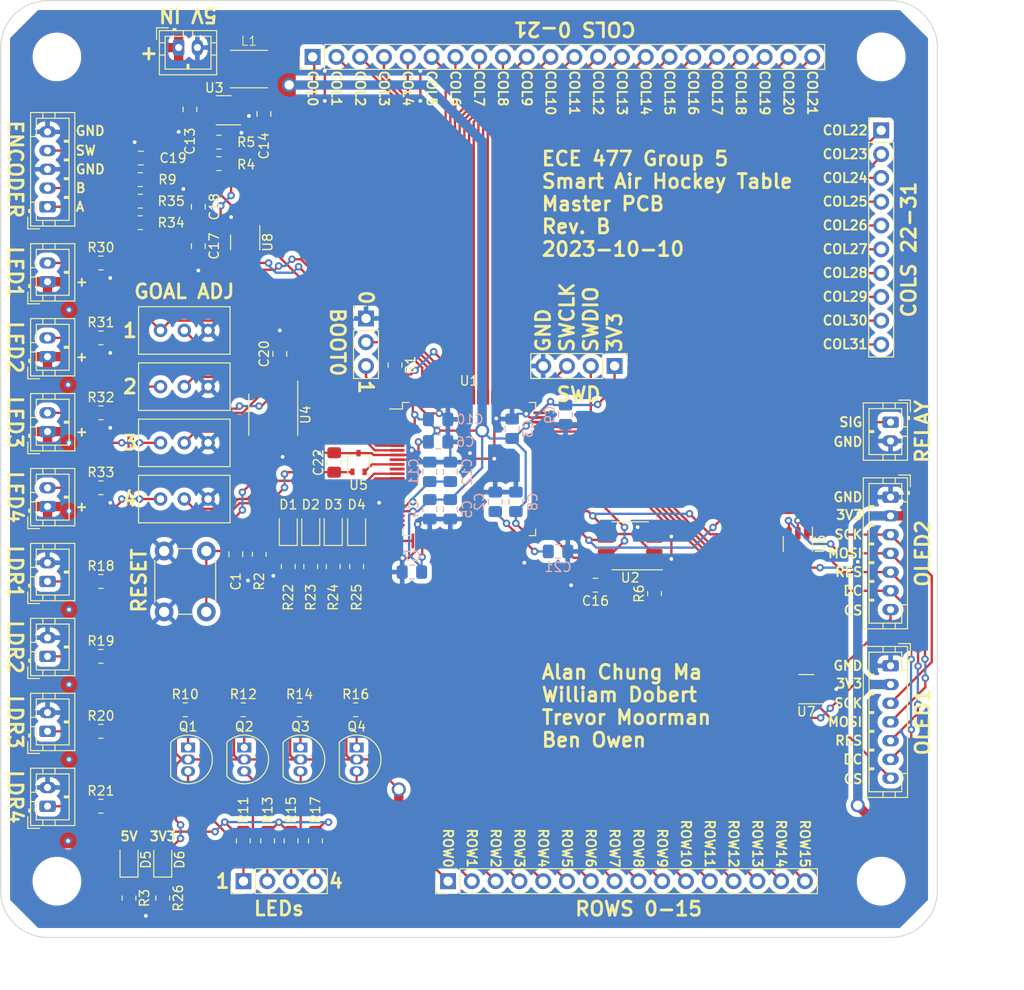
<source format=kicad_pcb>
(kicad_pcb (version 20221018) (generator pcbnew)
  (title_block (title "Master PCB") (date "2023-10-08") (rev "B") (company "ECE 477"))
  (layers (0 "F.Cu" signal) (31 "B.Cu" signal) (34 "B.Paste" user) (35 "F.Paste" user) (36 "B.SilkS" user "B.Silkscreen") (37 "F.SilkS" user "F.Silkscreen") (38 "B.Mask" user) (39 "F.Mask" user) (44 "Edge.Cuts" user))
  (net 0 "")
  (net 1 "/STM32/nRST")
  (net 2 "GND")
  (net 3 "Net-(U1-VCAP)")
  (net 4 "+3V3")
  (net 5 "/STM32/VREF")
  (net 6 "+5V")
  (net 7 "/Menu Encoder/ENCODER_A")
  (net 8 "/Menu Encoder/ENCODER_B")
  (net 9 "/ENCODER_SW")
  (net 10 "/COL0")
  (net 11 "/COL1")
  (net 12 "/COL2")
  (net 13 "/COL3")
  (net 14 "/COL4")
  (net 15 "/COL5")
  (net 16 "/COL6")
  (net 17 "/COL7")
  (net 18 "/COL8")
  (net 19 "/COL9")
  (net 20 "/COL10")
  (net 21 "/COL11")
  (net 22 "/COL12")
  (net 23 "/COL13")
  (net 24 "/COL14")
  (net 25 "/COL15")
  (net 26 "/COL16")
  (net 27 "/COL17")
  (net 28 "/COL18")
  (net 29 "/COL19")
  (net 30 "/COL20")
  (net 31 "/COL21")
  (net 32 "/COL22")
  (net 33 "/COL23")
  (net 34 "/COL24")
  (net 35 "/COL25")
  (net 36 "/COL26")
  (net 37 "/COL27")
  (net 38 "/COL28")
  (net 39 "/COL29")
  (net 40 "/COL30")
  (net 41 "/COL31")
  (net 42 "/SPI2SCK")
  (net 43 "/SPI2MOSI")
  (net 44 "/OLEDRES")
  (net 45 "/OLED1CS")
  (net 46 "/OLED2CS")
  (net 47 "/Goal Detector/LDR1IN")
  (net 48 "Net-(J6-Pin_2)")
  (net 49 "/Goal Detector/LDR2IN")
  (net 50 "Net-(J8-Pin_2)")
  (net 51 "/Goal Detector/LDR3IN")
  (net 52 "Net-(J5-Pin_2)")
  (net 53 "/Goal Detector/LDR4IN")
  (net 54 "Net-(J7-Pin_2)")
  (net 55 "/LED/LED1OUT")
  (net 56 "/LED/LED2OUT")
  (net 57 "/LED/LED3OUT")
  (net 58 "/LED/LED4OUT")
  (net 59 "Net-(JP1-C)")
  (net 60 "Net-(U3-SW)")
  (net 61 "/LED/LED1IN")
  (net 62 "/LED/LED2IN")
  (net 63 "/LED/LED3IN")
  (net 64 "/LED/LED4IN")
  (net 65 "/STM32/BOOT0")
  (net 66 "Net-(U3-FB)")
  (net 67 "/EEPROM/MEM1CS")
  (net 68 "Net-(SW2-A)")
  (net 69 "Net-(SW2-B)")
  (net 70 "Net-(SW2-S1)")
  (net 71 "Net-(U4A-+)")
  (net 72 "Net-(U4B-+)")
  (net 73 "Net-(U4C-+)")
  (net 74 "Net-(U4D-+)")
  (net 75 "/ROW0")
  (net 76 "/ROW1")
  (net 77 "/ROW2")
  (net 78 "/ROW3")
  (net 79 "/ROW4")
  (net 80 "/ROW5")
  (net 81 "/ROW6")
  (net 82 "/ROW7")
  (net 83 "/ROW8")
  (net 84 "/ROW9")
  (net 85 "/ROW10")
  (net 86 "/ROW11")
  (net 87 "/ROW12")
  (net 88 "/ROW13")
  (net 89 "/ROW14")
  (net 90 "/ROW15")
  (net 91 "/Goal Detector/LDR1OUT")
  (net 92 "/Goal Detector/LDR2OUT")
  (net 93 "/Goal Detector/LDR3OUT")
  (net 94 "/Goal Detector/LDR4OUT")
  (net 98 "/MEMMISO")
  (net 99 "/EEPROM/MEMHOLD")
  (net 100 "/EEPROM/MEMW")
  (net 101 "/OLEDDC")
  (net 102 "/STM32/RELAY")
  (net 103 "/STM32/DEBUG1")
  (net 104 "/STM32/DEBUG2")
  (net 105 "/STM32/SWDIO")
  (net 106 "/STM32/SWCLK")
  (net 107 "/STM32/DEBUG3")
  (net 108 "/STM32/DEBUG4")
  (net 109 "/STM32/OSC_IN")
  (net 110 "/STM32/OSC_OUT")
  (net 116 "Net-(D1-K)")
  (net 117 "Net-(D2-K)")
  (net 118 "Net-(D3-K)")
  (net 119 "Net-(D4-K)")
  (net 120 "Net-(D5-K)")
  (net 121 "Net-(D6-K)")
  (footprint "Resistor_SMD:R_0805_2012Metric_Pad1.20x1.40mm_HandSolder" (layer "F.Cu") (at 142.1 88.9 -90)
    (fp_text reference "R1")
    (fp_text value "10K")
  )
  (footprint "Resistor_SMD:R_0805_2012Metric_Pad1.20x1.40mm_HandSolder" (layer "F.Cu") (at 135.5 110.4 -90)
    (fp_text reference "R24")
    (fp_text value "0")
  )
  (footprint "Connector_PinHeader_2.54mm:PinHeader_1x16_P2.54mm_Vertical" (layer "F.Cu") (at 147.76 144 90)
    (fp_text reference "J1" hide)
    (fp_text value "Rows 0-15")
  )
  (footprint "Package_TO_SOT_SMD:SOT-23-6" (layer "F.Cu") (at 186 123.5 180)
    (fp_text reference "U7")
    (fp_text value "USBLC6-2SC6")
  )
  (footprint "Resistor_SMD:R_0805_2012Metric_Pad1.20x1.40mm_HandSolder" (layer "F.Cu") (at 113.7 145.8 -90)
    (fp_text reference "R3")
    (fp_text value "75")
  )
  (footprint "Resistor_SMD:R_0805_2012Metric_Pad1.20x1.40mm_HandSolder" (layer "F.Cu") (at 110.7 94)
    (fp_text reference "R32")
    (fp_text value "100")
  )
  (footprint "Connector_JST:JST_PH_B2B-PH-K_1x02_P2.00mm_Vertical" (layer "F.Cu") (at 105 96 90)
    (fp_text reference "J7" hide)
    (fp_text value "LED3")
  )
  (footprint "Resistor_SMD:R_0805_2012Metric_Pad1.20x1.40mm_HandSolder" (layer "F.Cu") (at 119.7 125.7)
    (fp_text reference "R10")
    (fp_text value "1K")
  )
  (footprint "Resistor_SMD:R_0805_2012Metric_Pad1.20x1.40mm_HandSolder" (layer "F.Cu") (at 133.6 139.7 -90)
    (fp_text reference "R17")
    (fp_text value "1K")
  )
  (footprint "Resistor_SMD:R_0805_2012Metric_Pad1.20x1.40mm_HandSolder" (layer "F.Cu") (at 114.9 69.1)
    (fp_text reference "R9")
    (fp_text value "1K")
  )
  (footprint "Connector_JST:JST_PH_B2B-PH-K_1x02_P2.00mm_Vertical" (layer "F.Cu") (at 105 128 90)
    (fp_text reference "J11" hide)
    (fp_text value "LDR3")
  )
  (footprint "MountingHole:MountingHole_3.2mm_M3" (layer "F.Cu") (at 106 56)
    (fp_text reference "H1" hide)
    (fp_text value "MountingHole")
  )
  (footprint "Resistor_SMD:R_0805_2012Metric_Pad1.20x1.40mm_HandSolder" (layer "F.Cu") (at 110.7 78)
    (fp_text reference "R30")
    (fp_text value "100")
  )
  (footprint "Resistor_SMD:R_0805_2012Metric_Pad1.20x1.40mm_HandSolder" (layer "F.Cu") (at 169.8 113.3 90)
    (fp_text reference "R6")
    (fp_text value "10K")
  )
  (footprint "Package_TO_SOT_SMD:SOT-23-5" (layer "F.Cu") (at 123.8 61.7 180)
    (fp_text reference "U3")
    (fp_text value "TLV62568DBV")
  )
  (footprint "MountingHole:MountingHole_3.2mm_M3" (layer "F.Cu") (at 194 144)
    (fp_text reference "H4" hide)
    (fp_text value "MountingHole")
  )
  (footprint "Package_QFP:LQFP-100_14x14mm_P0.5mm" (layer "F.Cu") (at 150 100)
    (fp_text reference "U1")
    (fp_text value "STM32U585VITx")
  )
  (footprint "Resistor_SMD:R_0805_2012Metric_Pad1.20x1.40mm_HandSolder" (layer "F.Cu") (at 110.7 128)
    (fp_text reference "R20")
    (fp_text value "10K")
  )
  (footprint "Connector_JST:JST_PH_B2B-PH-K_1x02_P2.00mm_Vertical" (layer "F.Cu") (at 105 88 90)
    (fp_text reference "J6" hide)
    (fp_text value "LED2")
  )
  (footprint "Resistor_SMD:R_0805_2012Metric_Pad1.20x1.40mm_HandSolder" (layer "F.Cu") (at 114.9 71.4 180)
    (fp_text reference "R35")
    (fp_text value "1K")
  )
  (footprint "Capacitor_SMD:C_0805_2012Metric_Pad1.18x1.45mm_HandSolder" (layer "F.Cu") (at 120.2 61.6 -90)
    (fp_text reference "C13")
    (fp_text value "4.7uF")
  )
  (footprint "Capacitor_SMD:C_0805_2012Metric_Pad1.18x1.45mm_HandSolder" (layer "F.Cu") (at 135.6 99.3 90)
    (fp_text reference "C22")
    (fp_text value "100nF")
  )
  (footprint "Resistor_SMD:R_0805_2012Metric_Pad1.20x1.40mm_HandSolder" (layer "F.Cu") (at 127.6 109.1 90)
    (fp_text reference "R2")
    (fp_text value "10K")
  )
  (footprint "Resistor_SMD:R_0805_2012Metric_Pad1.20x1.40mm_HandSolder" (layer "F.Cu") (at 110.7 120)
    (fp_text reference "R19")
    (fp_text value "10K")
  )
  (footprint "Package_TO_SOT_SMD:SOT-23-6" (layer "F.Cu") (at 185.1 108 -90)
    (fp_text reference "U6")
    (fp_text value "USBLC6-4SC6")
  )
  (footprint "Connector_PinHeader_2.54mm:PinHeader_1x03_P2.54mm_Vertical" (layer "F.Cu") (at 139 83.92)
    (fp_text reference "JP1" hide)
    (fp_text value "BOOT0 Jumper")
  )
  (footprint "Connector_JST:JST_PH_B2B-PH-K_1x02_P2.00mm_Vertical" (layer "F.Cu") (at 105 120 90)
    (fp_text reference "J10" hide)
    (fp_text value "LDR2")
  )
  (footprint "Connector_JST:JST_PH_B7B-PH-K_1x07_P2.00mm_Vertical" (layer "F.Cu") (at 195 121 -90)
    (fp_text reference "J15" hide)
    (fp_text value "OLED1")
  )
  (footprint "Potentiometer_THT:Potentiometer_Bourns_3296W_Vertical" (layer "F.Cu") (at 122.14 97.2)
    (fp_text reference "RV3" hide)
    (fp_text value "10K")
  )
  (footprint "LED_SMD:LED_0805_2012Metric_Pad1.15x1.40mm_HandSolder" (layer "F.Cu") (at 135.5 106.3 90)
    (fp_text reference "D3")
    (fp_text value "GRN")
  )
  (footprint "Resistor_SMD:R_0805_2012Metric_Pad1.20x1.40mm_HandSolder" (layer "F.Cu") (at 138 110.4 -90)
    (fp_text reference "R25")
    (fp_text value "0")
  )
  (footprint "Package_SO:TSSOP-14_4.4x5mm_P0.65mm" (layer "F.Cu") (at 129.1 94.2 -90)
    (fp_text reference "U4")
    (fp_text value "LM339")
  )
  (footprint "Connector_PinHeader_2.54mm:PinHeader_1x22_P2.54mm_Vertical" (layer "F.Cu") (at 133.3 56 90)
    (fp_text reference "J2" hide)
    (fp_text value "Cols 0-21")
  )
  (footprint "Package_TO_SOT_SMD:SOT-323_SC-70" (layer "F.Cu") (at 138.2 99.3 90)
    (fp_text reference "U5")
    (fp_text value "MAX7375AXR805")
  )
  (footprint "Resistor_SMD:R_0805_2012Metric_Pad1.20x1.40mm_HandSolder" (layer "F.Cu") (at 123.3 65.1)
    (fp_text reference "R5")
    (fp_text value "15K")
  )
  (footprint "Connector_JST:JST_PH_B2B-PH-K_1x02_P2.00mm_Vertical" (layer "F.Cu") (at 105 112 90)
    (fp_text reference "J9" hide)
    (fp_text value "LDR1")
  )
  (footprint "Potentiometer_THT:Potentiometer_Bourns_3296W_Vertical" (layer "F.Cu") (at 122.14 85.2)
    (fp_text reference "RV1" hide)
    (fp_text value "10K")
  )
  (footprint "Potentiometer_THT:Potentiometer_Bourns_3296W_Vertical" (layer "F.Cu") (at 122.14 103.2)
    (fp_text reference "RV4" hide)
    (fp_text value "10K")
  )
  (footprint "Resistor_SMD:R_0805_2012Metric_Pad1.20x1.40mm_HandSolder" (layer "F.Cu") (at 130.7 110.4 -90)
    (fp_text reference "R22")
    (fp_text value "75")
  )
  (footprint "Resistor_SMD:R_0805_2012Metric_Pad1.20x1.40mm_HandSolder" (layer "F.Cu") (at 125.9 139.7 -90)
    (fp_text reference "R11")
    (fp_text value "1K")
  )
  (footprint "Resistor_SMD:R_0805_2012Metric_Pad1.20x1.40mm_HandSolder" (layer "F.Cu") (at 137.9 125.7)
    (fp_text reference "R16")
    (fp_text value "1K")
  )
  (footprint "Capacitor_SMD:C_0805_2012Metric_Pad1.18x1.45mm_HandSolder" (layer "F.Cu") (at 129.8 87.7 90)
    (fp_text reference "C20")
    (fp_text value "100nF")
  )
  (footprint "Resistor_SMD:R_0805_2012Metric_Pad1.20x1.40mm_HandSolder" (layer "F.Cu") (at 125.9 125.7)
    (fp_text reference "R12")
    (fp_text value "1K")
  )
  (footprint "Resistor_SMD:R_0805_2012Metric_Pad1.20x1.40mm_HandSolder" (layer "F.Cu") (at 128.5 139.7 -90)
    (fp_text reference "R13")
    (fp_text value "1K")
  )
  (footprint "LED_SMD:LED_0805_2012Metric_Pad1.15x1.40mm_HandSolder" (layer "F.Cu") (at 133.1 106.3 90)
    (fp_text reference "D2")
    (fp_text value "YLW")
  )
  (footprint "Capacitor_SMD:C_0805_2012Metric_Pad1.18x1.45mm_HandSolder" (layer "F.Cu") (at 128.1 62.1 -90)
    (fp_text reference "C14")
    (fp_text value "10uF")
  )
  (footprint "Resistor_SMD:R_0805_2012Metric_Pad1.20x1.40mm_HandSolder" (layer "F.Cu") (at 131 139.7 -90)
    (fp_text reference "R15")
    (fp_text value "1K")
  )
  (footprint "Connector_PinHeader_2.54mm:PinHeader_1x10_P2.54mm_Vertical" (layer "F.Cu") (at 194 63.84)
    (fp_text reference "J3" hide)
    (fp_text value "Cols 22-31")
  )
  (footprint "MountingHole:MountingHole_3.2mm_M3" (layer "F.Cu") (at 106 144)
    (fp_text reference "H3" hide)
    (fp_text value "MountingHole")
  )
  (footprint "Resistor_SMD:R_0805_2012Metric_Pad1.20x1.40mm_HandSolder" (layer "F.Cu") (at 110.7 102)
    (fp_text reference "R33")
    (fp_text value "100")
  )
  (footprint "Connector_JST:JST_PH_B2B-PH-K_1x02_P2.00mm_Vertical" (layer "F.Cu") (at 195 95 -90)
    (fp_text reference "J17" hide)
    (fp_text value "Relay Conn")
  )
  (footprint "Resistor_SMD:R_0805_2012Metric_Pad1.20x1.40mm_HandSolder" (layer "F.Cu") (at 114.9 73.7 180)
    (fp_text reference "R34")
    (fp_text value "1K")
  )
  (footprint "Package_TO_SOT_THT:TO-92_Inline" (layer "F.Cu") (at 120 129.73 -90)
    (fp_text reference "Q1")
    (fp_text value "2N7000")
  )
  (footprint "Capacitor_SMD:C_0805_2012Metric_Pad1.18x1.45mm_HandSolder" (layer "F.Cu") (at 163.5 112.4 180)
    (fp_text reference "C16")
    (fp_text value "100nF")
  )
  (footprint "Connector_PinHeader_2.54mm:PinHeader_1x04_P2.54mm_Vertical" (layer "F.Cu") (at 125.92 144 90)
    (fp_text reference "J14" hide)
    (fp_text value "LED Conn")
  )
  (footprint "Resistor_SMD:R_0805_2012Metric_Pad1.20x1.40mm_HandSolder" (layer "F.Cu") (at 117.3 145.8 -90)
    (fp_text reference "R26")
    (fp_text value "0")
  )
  (footprint "Capacitor_SMD:C_0805_2012Metric_Pad1.18x1.45mm_HandSolder" (layer "F.Cu") (at 125.1 109.1 -90)
    (fp_text reference "C1")
    (fp_text value "100nF")
  )
  (footprint "Package_SO:SO-8_3.9x4.9mm_P1.27mm" (layer "F.Cu") (at 167.2 108.2 180)
    (fp_text reference "U2")
    (fp_text value "M95P32-IXMNT")
  )
  (footprint "Capacitor_SMD:C_0805_2012Metric_Pad1.18x1.45mm_HandSolder" (layer "F.Cu") (at 121.1 72 90)
    (fp_text reference "C18")
    (fp_text value "10nF")
  )
  (footprint "Resistor_SMD:R_0805_2012Metric_Pad1.20x1.40mm_HandSolder" (layer "F.Cu") (at 133.1 110.4 -90)
    (fp_text reference "R23")
    (fp_text value "56")
  )
  (footprint "Resistor_SMD:R_0805_2012Metric_Pad1.20x1.40mm_HandSolder" (layer "F.Cu") (at 110.7 136)
    (fp_text reference "R21")
    (fp_text value "10K")
  )
  (footprint "Package_TO_SOT_SMD:SOT-23-6" (layer "F.Cu") (at 126.1 75.8 -90)
    (fp_text reference "U8")
    (fp_text value "USBLC6-2SC6")
  )
  (footprint "Resistor_SMD:R_0805_2012Metric_Pad1.20x1.40mm_HandSolder" (layer "F.Cu") (at 123.3 67.4 180)
    (fp_text reference "R4")
    (fp_text value "68K")
  )
  (footprint "LED_SMD:LED_0805_2012Metric_Pad1.15x1.40mm_HandSolder" (layer "F.Cu") (at 113.7 141.7 90)
    (fp_text reference "D5")
    (fp_text value "GRN")
  )
  (footprint "Resistor_SMD:R_0805_2012Metric_Pad1.20x1.40mm_HandSolder" (layer "F.Cu") (at 131.9 125.7)
    (fp_text reference "R14")
    (fp_text value "1K")
  )
  (footprint "Connector_PinHeader_2.54mm:PinHeader_1x04_P2.54mm_Vertical" (layer "F.Cu") (at 165.54 89 -90)
    (fp_text reference "J13" hide)
    (fp_text value "SWD Conn")
  )
  (footprint "Resistor_SMD:R_0805_2012Metric_Pad1.20x1.40mm_HandSolder" (layer "F.Cu") (at 110.7 112)
    (fp_text reference "R18")
    (fp_text value "10K")
  )
  (footprint "Button_Switch_THT:SW_PUSH_6mm" (layer "F.Cu") (at 117.45 115.25 90)
    (fp_text reference "SW1" hide)
    (fp_text value "nRST")
  )
  (footprint "Connector_JST:JST_PH_B2B-PH-K_1x02_P2.00mm_Vertical" (layer "F.Cu") (at 105 136 90)
    (fp_text reference "J12" hide)
    (fp_text value "LDR4")
  )
  (footprint "Package_TO_SOT_THT:TO-92_Inline" (layer "F.Cu") (at 132 129.73 -90)
    (fp_text reference "Q3")
    (fp_text value "2N7000")
  )
  (footprint "MountingHole:MountingHole_3.2mm_M3" (layer "F.Cu") (at 194 56)
    (fp_text reference "H2" hide)
    (fp_text value "MountingHole")
  )
  (footprint "Capacitor_SMD:C_0805_2012Metric_Pad1.18x1.45mm_HandSolder" (layer "F.Cu") (at 114.9625 66.8 180)
    (fp_text reference "C19")
    (fp_text value "10nF")
  )
  (footprint "Inductor_SMD_Other:L_4.0x4.0_H1.8" (layer "F.Cu") (at 126.5 57.3)
    (fp_text reference "L1")
    (fp_text value "2.2uH")
  )
  (footprint "LED_SMD:LED_0805_2012Metric_Pad1.15x1.40mm_HandSolder" (layer "F.Cu") (at 138 106.3 90)
    (fp_text reference "D4")
    (fp_text value "BLU")
  )
  (footprint "Potentiometer_THT:Potentiometer_Bourns_3296W_Vertical" (layer "F.Cu") (at 122.14 91.2)
    (fp_text reference "RV2" hide)
    (fp_text value "10K")
  )
  (footprint "Package_TO_SOT_THT:TO-92_Inline" (layer "F.Cu") (at 126 129.73 -90)
    (fp_text reference "Q2")
    (fp_text value "2N7000")
  )
  (footprint "LED_SMD:LED_0805_2012Metric_Pad1.15x1.40mm_HandSolder" (layer "F.Cu") (at 117.3 141.7 90)
    (fp_text reference "D6")
    (fp_text value "GRN")
  )
  (footprint "Connector_JST:JST_PH_B2B-PH-K_1x02_P2.00mm_Vertical" (layer "F.Cu") (at 105 104 90)
    (fp_text reference "J8" hide)
    (fp_text value "LED4")
  )
  (footprint "Package_TO_SOT_THT:TO-92_Inline" (layer "F.Cu") (at 138 129.73 -90)
    (fp_text reference "Q4")
    (fp_text value "2N7000")
  )
  (footprint "Connector_JST:JST_PH_B5B-PH-K_1x05_P2.00mm_Vertical" (layer "F.Cu") (at 105 72 90)
    (fp_text reference "SW2" hide)
    (fp_text value "Menu Encoder")
  )
  (footprint "Connector_JST:JST_PH_B2B-PH-K_1x02_P2.00mm_Vertical" (layer "F.Cu") (at 119 55)
    (fp_text reference "J4" hide)
    (fp_text value "5V_IN")
  )
  (footprint "Resistor_SMD:R_0805_2012Metric_Pad1.20x1.40mm_HandSolder" (layer "F.Cu") (at 110.7 86)
    (fp_text reference "R31")
    (fp_text value "100")
  )
  (footprint "Connector_JST:JST_PH_B2B-PH-K_1x02_P2.00mm_Vertical" (layer "F.Cu") (at 105 80 90)
    (fp_text reference "J5" hide)
    (fp_text value "LED1")
  )
  (footprint "LED_SMD:LED_0805_2012Metric_Pad1.15x1.40mm_HandSolder" (layer "F.Cu") (at 130.7 106.3 90)
    (fp_text reference "D1")
    (fp_text value "RED")
  )
  (footprint "Capacitor_SMD:C_0805_2012Metric_Pad1.18x1.45mm_HandSolder" (layer "F.Cu") (at 121.1 76.2 -90)
    (fp_text reference "C17")
    (fp_text value "10nF")
  )
  (footprint "Connector_JST:JST_PH_B7B-PH-K_1x07_P2.00mm_Vertical" (layer "F.Cu") (at 195 103 -90)
    (fp_text reference "J16" hide)
    (fp_text value "OLED2")
  )
  (footprint "Capacitor_SMD:C_0805_2012Metric_Pad1.18x1.45mm_HandSolder" (layer "B.Cu") (at 143.9 111 180)
    (fp_text reference "C7")
    (fp_text value "100nF")
  )
  (footprint "Capacitor_SMD:C_0805_2012Metric_Pad1.18x1.45mm_HandSolder" (layer "B.Cu") (at 152.8 103.5 90)
    (fp_text reference "C2")
    (fp_text value "4.7uF")
  )
  (footprint "Capacitor_SMD:C_0805_2012Metric_Pad1.18x1.45mm_HandSolder" (layer "B.Cu") (at 146.7 97.1)
    (fp_text reference "C6")
    (fp_text value "100nF")
  )
  (footprint "Capacitor_SMD:C_0805_2012Metric_Pad1.18x1.45mm_HandSolder" (layer "B.Cu") (at 146.7 94.7)
    (fp_text reference "C10")
    (fp_text value "1uF")
  )
  (footprint "Capacitor_SMD:C_0805_2012Metric_Pad1.18x1.45mm_HandSolder" (layer "B.Cu") (at 159.5 108.8)
    (fp_text reference "C21")
    (fp_text value "100nF")
  )
  (footprint "Capacitor_SMD:C_0805_2012Metric_Pad1.18x1.45mm_HandSolder" (layer "B.Cu") (at 160.3 94.2 -90)
    (fp_text reference "C9")
    (fp_text value "100nF")
  )
  (footprint "Capacitor_SMD:C_0805_2012Metric_Pad1.18x1.45mm_HandSolder" (layer "B.Cu") (at 145.8 100.3 90)
    (fp_text reference "C11")
    (fp_text value "100nF")
  )
  (footprint "Capacitor_SMD:C_0805_2012Metric_Pad1.18x1.45mm_HandSolder" (layer "B.Cu") (at 148 100.3 90)
    (fp_text reference "C12")
    (fp_text value "1uF")
  )
  (footprint "Capacitor_SMD:C_0805_2012Metric_Pad1.18x1.45mm_HandSolder" (layer "B.Cu") (at 145.8 104.3 -90)
    (fp_text reference "C4")
    (fp_text value "100nF")
  )
  (footprint "Capacitor_SMD:C_0805_2012Metric_Pad1.18x1.45mm_HandSolder" (layer "B.Cu") (at 148 104.3 -90)
    (fp_text reference "C5")
    (fp_text value "1uF")
  )
  (footprint "Capacitor_SMD:C_0805_2012Metric_Pad1.18x1.45mm_HandSolder" (layer "B.Cu") (at 155 103.5 90)
    (fp_text reference "C8")
    (fp_text value "100nF")
  )
  (footprint "Capacitor_SMD:C_0805_2012Metric_Pad1.18x1.45mm_HandSolder" (layer "B.Cu") (at 154.6 95.7 90)
    (fp_text reference "C3")
    (fp_text value "100nF")
  )
  (gr_arc (start 195 50) (mid 198.535534 51.464466) (end 200 55) (stroke (width 0.1)) (layer "Edge.Cuts"))
  (gr_arc (start 100 55) (mid 101.464466 51.464466) (end 105 50) (stroke (width 0.1)) (layer "Edge.Cuts"))
  (gr_line (start 195 150) (end 105 150) (stroke (width 0.1)) (layer "Edge.Cuts"))
  (gr_arc (start 200 145) (mid 198.535534 148.535534) (end 195 150) (stroke (width 0.1)) (layer "Edge.Cuts"))
  (gr_line (start 105 50) (end 195 50) (stroke (width 0.1)) (layer "Edge.Cuts"))
  (gr_line (start 200 55) (end 200 145) (stroke (width 0.1)) (layer "Edge.Cuts"))
  (gr_line (start 100 145) (end 100 55) (stroke (width 0.1)) (layer "Edge.Cuts"))
  (gr_arc (start 105 150) (mid 101.464466 148.535534) (end 100 145) (stroke (width 0.1)) (layer "Edge.Cuts"))
  (gr_text "SW" (at 107.9 66) (layer "F.SilkS") (effects (font (size 1 1) (thickness 0.2) bold) (justify left)))
  (gr_text "COL17" (at 176.48 57.33 270) (layer "F.SilkS") (effects (font (size 1 1) (thickness 0.2) bold) (justify left)))
  (gr_text "COL0" (at 133.3 57.33 270) (layer "F.SilkS") (effects (font (size 1 1) (thickness 0.2) bold) (justify left)))
  (gr_text "SWDIO" (at 163 87.67 90) (layer "F.SilkS") (effects (font (size 1.5 1.5) (thickness 0.3) bold) (justify left)))
  (gr_text "COL6" (at 148.54 57.33 270) (layer "F.SilkS") (effects (font (size 1 1) (thickness 0.2) bold) (justify left)))
  (gr_text "Alan Chung Ma\nWilliam Dobert\nTrevor Moorman\nBen Owen" (at 157.6 129.8) (layer "F.SilkS") (effects (font (size 1.5 1.5) (thickness 0.3) bold) (justify left bottom)))
  (gr_text "RELAY" (at 197.55 96 90) (layer "F.SilkS") (effects (font (size 1.5 1.5) (thickness 0.3) bold) (justify top)))
  (gr_text "GND" (at 157.92 87.67 90) (layer "F.SilkS") (effects (font (size 1.5 1.5) (thickness 0.3) bold) (justify left)))
  (gr_text "0" (at 139 82.6 -90) (layer "F.SilkS") (effects (font (size 1.5 1.5) (thickness 0.3) bold) (justify right)))
  (gr_text "GOAL ADJ" (at 119.6 81.92) (layer "F.SilkS") (effects (font (size 1.5 1.5) (thickness 0.3) bold) (justify bottom)))
  (gr_text "GND" (at 107.9 63.9) (layer "F.SilkS") (effects (font (size 1 1) (thickness 0.2) bold) (justify left)))
  (gr_text "ROW10" (at 173.16 142.67 270) (layer "F.SilkS") (effects (font (size 1 1) (thickness 0.2) bold) (justify right)))
  (gr_text "GND" (at 192.1 103) (layer "F.SilkS") (effects (font (size 1 1) (thickness 0.2) bold) (justify right)))
  (gr_text "CS" (at 192.1 115.1) (layer "F.SilkS") (effects (font (size 1 1) (thickness 0.2) bold) (justify right)))
  (gr_text "COL3" (at 140.92 57.33 270) (layer "F.SilkS") (effects (font (size 1 1) (thickness 0.2) bold) (justify left)))
  (gr_text "4" (at 114.715 103.205) (layer "F.SilkS") (effects (font (size 1.5 1.5) (thickness 0.3) bold) (justify right)))
  (gr_text "LDR1" (at 102.44 111 -90) (layer "F.SilkS") (effects (font (size 1.5 1.5) (thickness 0.3) bold) (justify top)))
  (gr_text "ROW9" (at 170.62 142.67 270) (layer "F.SilkS") (effects (font (size 1 1) (thickness 0.2) bold) (justify right)))
  (gr_text "3" (at 114.715 97.205) (layer "F.SilkS") (effects (font (size 1.5 1.5) (thickness 0.3) bold) (justify right)))
  (gr_text "COL4" (at 143.46 57.33 270) (layer "F.SilkS") (effects (font (size 1 1) (thickness 0.2) bold) (justify left)))
  (gr_text "COL26" (at 192.67 73.98) (layer "F.SilkS") (effects (font (size 1 1) (thickness 0.2) bold) (justify right)))
  (gr_text "ROW4" (at 157.92 142.67 270) (layer "F.SilkS") (effects (font (size 1 1) (thickness 0.2) bold) (justify right)))
  (gr_text "GND" (at 192.1 121) (layer "F.SilkS") (effects (font (size 1 1) (thickness 0.2) bold) (justify right)))
  (gr_text "COLS 22-31" (at 196.08 76.57 90) (layer "F.SilkS") (effects (font (size 1.5 1.5) (thickness 0.3) bold) (justify top)))
  (gr_text "COL5" (at 146 57.33 270) (layer "F.SilkS") (effects (font (size 1 1) (thickness 0.2) bold) (justify left)))
  (gr_text "COL30" (at 192.67 84.14) (layer "F.SilkS") (effects (font (size 1 1) (thickness 0.2) bold) (justify right)))
  (gr_text "MOSI" (at 192.09 109) (layer "F.SilkS") (effects (font (size 1 1) (thickness 0.2) bold) (justify right)))
  (gr_text "COL7" (at 151.08 57.33 270) (layer "F.SilkS") (effects (font (size 1 1) (thickness 0.2) bold) (justify left)))
  (gr_text "3V3" (at 117.3 139.8) (layer "F.SilkS") (effects (font (size 1 1) (thickness 0.2) bold) (justify bottom)))
  (gr_text "COL9" (at 156.16 57.33 270) (layer "F.SilkS") (effects (font (size 1 1) (thickness 0.2) bold) (justify left)))
  (gr_text "COL24" (at 192.67 68.92) (layer "F.SilkS") (effects (font (size 1 1) (thickness 0.2) bold) (justify right)))
  (gr_text "ENCODER" (at 102.44 68 270) (layer "F.SilkS") (effects (font (size 1.5 1.5) (thickness 0.3) bold) (justify top)))
  (gr_text "ECE 477 Group 5\nSmart Air Hockey Table\nMaster PCB\nRev. B\n2023-10-10" (at 157.6 77.4) (layer "F.SilkS") (effects (font (size 1.5 1.5) (thickness 0.3) bold) (justify left bottom)))
  (gr_text "COL19" (at 181.56 57.33 270) (layer "F.SilkS") (effects (font (size 1 1) (thickness 0.2) bold) (justify left)))
  (gr_text "COL20" (at 184.1 57.33 270) (layer "F.SilkS") (effects (font (size 1 1) (thickness 0.2) bold) (justify left)))
  (gr_text "COL15" (at 171.4 57.33 270) (layer "F.SilkS") (effects (font (size 1 1) (thickness 0.2) bold) (justify left)))
  (gr_text "4" (at 134.87 144) (layer "F.SilkS") (effects (font (size 1.5 1.5) (thickness 0.3) bold) (justify left)))
  (gr_text "COL28" (at 192.67 79.06) (layer "F.SilkS") (effects (font (size 1 1) (thickness 0.2) bold) (justify right)))
  (gr_text "1" (at 114.715 85.205) (layer "F.SilkS") (effects (font (size 1.5 1.5) (thickness 0.3) bold) (justify right)))
  (gr_text "RES" (at 192.09 111) (layer "F.SilkS") (effects (font (size 1 1) (thickness 0.2) bold) (justify right)))
  (gr_text "COL12" (at 163.78 57.33 270) (layer "F.SilkS") (effects (font (size 1 1) (thickness 0.2) bold) (justify left)))
  (gr_text "+" (at 107.9 96) (layer "F.SilkS") (effects (font (size 1 1) (thickness 0.2) bold) (justify left)))
  (gr_text "COL22" (at 192.67 63.84) (layer "F.SilkS") (effects (font (size 1 1) (thickness 0.2) bold) (justify right)))
  (gr_text "DC" (at 192.1 131) (layer "F.SilkS") (effects (font (size 1 1) (thickness 0.2) bold) (justify right)))
  (gr_text "ROW13" (at 180.78 142.67 270) (layer "F.SilkS") (effects (font (size 1 1) (thickness 0.2) bold) (justify right)))
  (gr_text "RESET" (at 115.65 111.9 90) (layer "F.SilkS") (effects (font (size 1.5 1.5) (thickness 0.3) bold) (justify bottom)))
  (gr_text "3V3" (at 192.1 122.9) (layer "F.SilkS") (effects (font (size 1 1) (thickness 0.2) bold) (justify right)))
  (gr_text "1" (at 139 90.33 -90) (layer "F.SilkS") (effects (font (size 1.5 1.5) (thickness 0.3) bold) (justify left)))
  (gr_text "LED3" (at 102.44 95 -90) (layer "F.SilkS") (effects (font (size 1.5 1.5) (thickness 0.3) bold) (justify top)))
  (gr_text "COL8" (at 153.62 57.33 270) (layer "F.SilkS") (effects (font (size 1 1) (thickness 0.2) bold) (justify left)))
  (gr_text "COL11" (at 161.24 57.33 270) (layer "F.SilkS") (effects (font (size 1 1) (thickness 0.2) bold) (justify left)))
  (gr_text "CS" (at 192.1 133.1) (layer "F.SilkS") (effects (font (size 1 1) (thickness 0.2) bold) (justify right)))
  (gr_text "COL18" (at 179.02 57.33 270) (layer "F.SilkS") (effects (font (size 1 1) (thickness 0.2) bold) (justify left)))
  (gr_text "B" (at 107.91 70) (layer "F.SilkS") (effects (font (size 1 1) (thickness 0.2) bold) (justify left)))
  (gr_text "COL27" (at 192.67 76.52) (layer "F.SilkS") (effects (font (size 1 1) (thickness 0.2) bold) (justify right)))
  (gr_text "OLED2" (at 197.56 109 90) (layer "F.SilkS") (effects (font (size 1.5 1.5) (thickness 0.3) bold) (justify top)))
  (gr_text "COL16" (at 173.94 57.33 270) (layer "F.SilkS") (effects (font (size 1 1) (thickness 0.2) bold) (justify left)))
  (gr_text "SIG" (at 192.1 95) (layer "F.SilkS") (effects (font (size 1 1) (thickness 0.2) bold) (justify right)))
  (gr_text "ROW14" (at 183.32 142.67 270) (layer "F.SilkS") (effects (font (size 1 1) (thickness 0.2) bold) (justify right)))
  (gr_text "SWCLK" (at 160.46 87.67 90) (layer "F.SilkS") (effects (font (size 1.5 1.5) (thickness 0.3) bold) (justify left)))
  (gr_text "2" (at 114.715 91.205) (layer "F.SilkS") (effects (font (size 1.5 1.5) (thickness 0.3) bold) (justify right)))
  (gr_text "ROW11" (at 175.7 142.67 270) (layer "F.SilkS") (effects (font (size 1 1) (thickness 0.2) bold) (justify right)))
  (gr_text "ROW3" (at 155.38 142.67 270) (layer "F.SilkS") (effects (font (size 1 1) (thickness 0.2) bold) (justify right)))
  (gr_text "COL29" (at 192.67 81.6) (layer "F.SilkS") (effects (font (size 1 1) (thickness 0.2) bold) (justify right)))
  (gr_text "DC" (at 192.1 113) (layer "F.SilkS") (effects (font (size 1 1) (thickness 0.2) bold) (justify right)))
  (gr_text "+" (at 116.94 55.55) (layer "F.SilkS") (effects (font (size 1.5 1.5) (thickness 0.3) bold) (justify right)))
  (gr_text "LED4" (at 102.44 103 -90) (layer "F.SilkS") (effects (font (size 1.5 1.5) (thickness 0.3) bold) (justify top)))
  (gr_text "3V3" (at 192.1 104.9) (layer "F.SilkS") (effects (font (size 1 1) (thickness 0.2) bold) (justify right)))
  (gr_text "COL14" (at 168.86 57.33 270) (layer "F.SilkS") (effects (font (size 1 1) (thickness 0.2) bold) (justify left)))
  (gr_text "LEDs" (at 129.7 146.05) (layer "F.SilkS") (effects (font (size 1.5 1.5) (thickness 0.3) bold) (justify top)))
  (gr_text "RES" (at 192.09 129) (layer "F.SilkS") (effects (font (size 1 1) (thickness 0.2) bold) (justify right)))
  (gr_text "+" (at 107.9 104) (layer "F.SilkS") (effects (font (size 1 1) (thickness 0.2) bold) (justify left)))
  (gr_text "ROW1" (at 150.3 142.67 270) (layer "F.SilkS") (effects (font (size 1 1) (thickness 0.2) bold) (justify right)))
  (gr_text "1" (at 124.6 144) (layer "F.SilkS") (effects (font (size 1.5 1.5) (thickness 0.3) bold) (justify right)))
  (gr_text "LDR3" (at 102.44 127 -90) (layer "F.SilkS") (effects (font (size 1.5 1.5) (thickness 0.3) bold) (justify top)))
  (gr_text "COL25" (at 192.67 71.44) (layer "F.SilkS") (effects (font (size 1 1) (thickness 0.2) bold) (justify right)))
  (gr_text "5V" (at 113.7 139.8) (layer "F.SilkS") (effects (font (size 1 1) (thickness 0.2) bold) (justify bottom)))
  (gr_text "3V3" (at 165.54 87.67 90) (layer "F.SilkS") (effects (font (size 1.5 1.5) (thickness 0.3) bold) (justify left)))
  (gr_text "ROWS 0-15" (at 168.11 146.08) (layer "F.SilkS") (effects (font (size 1.5 1.5) (thickness 0.3) bold) (justify top)))
  (gr_text "LED2" (at 102.44 87 270) (layer "F.SilkS") (effects (font (size 1.5 1.5) (thickness 0.3) bold) (justify top)))
  (gr_text "SCK" (at 192.1 125) (layer "F.SilkS") (effects (font (size 1 1) (thickness 0.2) bold) (justify right)))
  (gr_text "COL13" (at 166.32 57.33 270) (layer "F.SilkS") (effects (font (size 1 1) (thickness 0.2) bold) (justify left)))
  (gr_text "SCK" (at 192.1 107) (layer "F.SilkS") (effects (font (size 1 1) (thickness 0.2) bold) (justify right)))
  (gr_text "ROW2" (at 152.84 142.67 270) (layer "F.SilkS") (effects (font (size 1 1) (thickness 0.2) bold) (justify right)))
  (gr_text "LED1" (at 102.44 79 -90) (layer "F.SilkS") (effects (font (size 1.5 1.5) (thickness 0.3) bold) (justify top)))
  (gr_text "COL31" (at 192.67 86.68) (layer "F.SilkS") (effects (font (size 1 1) (thickness 0.2) bold) (justify right)))
  (gr_text "LDR4" (at 102.44 135 270) (layer "F.SilkS") (effects (font (size 1.5 1.5) (thickness 0.3) bold) (justify top)))
  (gr_text "ROW6" (at 163 142.67 270) (layer "F.SilkS") (effects (font (size 1 1) (thickness 0.2) bold) (justify right)))
  (gr_text "ROW15" (at 185.86 142.67 270) (layer "F.SilkS") (effects (font (size 1 1) (thickness 0.2) bold) (justify right)))
  (gr_text "ROW5" (at 160.46 142.67 270) (layer "F.SilkS") (effects (font (size 1 1) (thickness 0.2) bold) (justify right)))
  (gr_text "LDR2" (at 102.44 119 270) (layer "F.SilkS") (effects (font (size 1.5 1.5) (thickness 0.3) bold) (justify top)))
  (gr_text "5V IN" (at 120 52.44 180) (layer "F.SilkS") (effects (font (size 1.5 1.5) (thickness 0.3) bold) (justify top)))
  (gr_text "COL23" (at 192.67 66.38) (layer "F.SilkS") (effects (font (size 1 1) (thickness 0.2) bold) (justify right)))
  (gr_text "A" (at 107.91 72) (layer "F.SilkS") (effects (font (size 1 1) (thickness 0.2) bold) (justify left)))
  (gr_text "COL1" (at 135.84 57.33 270) (layer "F.SilkS") (effects (font (size 1 1) (thickness 0.2) bold) (justify left)))
  (gr_text "ROW7" (at 165.54 142.67 270) (layer "F.SilkS") (effects (font (size 1 1) (thickness 0.2) bold) (justify right)))
  (gr_text "BOOT0" (at 136.85 86.46 -90) (layer "F.SilkS") (effects (font (size 1.5 1.5) (thickness 0.3) bold) (justify top)))
  (gr_text "SWD" (at 161.7 91.15) (layer "F.SilkS") (effects (font (size 1.5 1.5) (thickness 0.3) bold) (justify top)))
  (gr_text "COL10" (at 158.7 57.33 270) (layer "F.SilkS") (effects (font (size 1 1) (thickness 0.2) bold) (justify left)))
  (gr_text "MOSI" (at 192.09 127) (layer "F.SilkS") (effects (font (size 1 1) (thickness 0.2) bold) (justify right)))
  (gr_text "+" (at 107.9 88) (layer "F.SilkS") (effects (font (size 1 1) (thickness 0.2) bold) (justify left)))
  (gr_text "COLS 0-21" (at 161.27 53.92 180) (layer "F.SilkS") (effects (font (size 1.5 1.5) (thickness 0.3) bold) (justify top)))
  (gr_text "ROW12" (at 178.24 142.67 270) (layer "F.SilkS") (effects (font (size 1 1) (thickness 0.2) bold) (justify right)))
  (gr_text "GND" (at 107.91 68) (layer "F.SilkS") (effects (font (size 1 1) (thickness 0.2) bold) (justify left)))
  (gr_text "+" (at 107.91 80) (layer "F.SilkS") (effects (font (size 1 1) (thickness 0.2) bold) (justify left)))
  (gr_text "OLED1" (at 197.56 127 90) (layer "F.SilkS") (effects (font (size 1.5 1.5) (thickness 0.3) bold) (justify top)))
  (gr_text "GND" (at 192.1 97.1) (layer "F.SilkS") (effects (font (size 1 1) (thickness 0.2) bold) (justify right)))
  (gr_text "COL21" (at 186.64 57.33 270) (layer "F.SilkS") (effects (font (size 1 1) (thickness 0.2) bold) (justify left)))
  (gr_text "ROW0" (at 147.76 142.67 270) (layer "F.SilkS") (effects (font (size 1 1) (thickness 0.2) bold) (justify right)))
  (gr_text "COL2" (at 138.38 57.33 270) (layer "F.SilkS") (effects (font (size 1 1) (thickness 0.2) bold) (justify left)))
  (gr_text "ROW8" (at 168.08 142.67 270) (layer "F.SilkS") (effects (font (size 1 1) (thickness 0.2) bold) (justify right)))
  (segment (start 139.125 101.25) (end 139.875 100.5) (width 0.25) (layer "F.Cu") (net 1))
  (segment (start 139.875 100.5) (end 142.325 100.5) (width 0.25) (layer "F.Cu") (net 1))
  (segment (start 125.1 108.0625) (end 124.4125 108.75) (width 0.25) (layer "F.Cu") (net 1))
  (segment (start 125.1 108.0625) (end 127.5625 108.0625) (width 0.25) (layer "F.Cu") (net 1))
  (segment (start 127.6 108.1) (end 127.6 103.2) (width 0.25) (layer "F.Cu") (net 1))
  (segment (start 129.55 101.25) (end 139.125 101.25) (width 0.25) (layer "F.Cu") (net 1))
  (segment (start 127.6 103.2) (end 129.55 101.25) (width 0.25) (layer "F.Cu") (net 1))
  (segment (start 121.95 108.75) (end 121.95 115.25) (width 0.25) (layer "F.Cu") (net 1))
  (segment (start 124.4125 108.75) (end 121.95 108.75) (width 0.25) (layer "F.Cu") (net 1))
  (segment (start 127.5625 108.0625) (end 127.6 108.1) (width 0.25) (layer "F.Cu") (net 1))
  (segment (start 137.9 98.3) (end 135.6375 98.3) (width 0.25) (layer "F.Cu") (net 2))
  (segment (start 155.5 109.6) (end 155.9 110) (width 0.25) (layer "F.Cu") (net 2))
  (segment (start 135.6375 98.3) (end 135.6 98.2625) (width 0.25) (layer "F.Cu") (net 2))
  (segment (start 140.5 103.5) (end 140.4 103.6) (width 0.25) (layer "F.Cu") (net 2))
  (segment (start 144.5 92.325) (end 144.5 93.190685) (width 0.25) (layer "F.Cu") (net 2))
  (segment (start 127.3375 63.1375) (end 126.5 62.3) (width 0.25) (layer "F.Cu") (net 2))
  (segment (start 143.540685 109.5) (end 142.9 109.5) (width 0.25) (layer "F.Cu") (net 2))
  (segment (start 114.6 146.8) (end 115.5 147.7) (width 0.25) (layer "F.Cu") (net 2))
  (segment (start 125.9 61.7) (end 126.5 62.3) (width 0.25) (layer "F.Cu") (net 2))
  (segment (start 117.3 146.8) (end 116.4 146.8) (width 0.25) (layer "F.Cu") (net 2))
  (segment (start 129.8 86.6625) (end 129.8 85.2) (width 0.25) (layer "F.Cu") (net 2))
  (segment (start 125.1 110.6) (end 126.4 111.9) (width 0.25) (layer "F.Cu") (net 2))
  (segment (start 116.4 146.8) (end 115.5 147.7) (width 0.25) (layer "F.Cu") (net 2))
  (segment (start 171.6 107.2) (end 171.6 109.6) (width 0.25) (layer "F.Cu") (net 2))
  (segment (start 130.7 111.4) (end 133.1 111.4) (width 0.25) (layer "F.Cu") (net 2))
  (segment (start 124.921751 73.1) (end 124.6 73.1) (width 0.25) (layer "F.Cu") (net 2))
  (segment (start 143.3755 98.5) (end 143.8755 98) (width 0.25) (layer "F.Cu") (net 2))
  (segment (start 121.1 77.2375) (end 121.1 78.8) (width 0.25) (layer "F.Cu") (net 2))
  (segment (start 124.7 65.1) (end 125.7 64.1) (width 0.25) (layer "F.Cu") (net 2))
  (segment (start 129.75 98.35) (end 130.1 98.7) (width 0.25) (layer "F.Cu") (net 2))
  (segment (start 157.675 94.5) (end 156.5 94.5) (width 0.25) (layer "F.Cu") (net 2))
  (segment (start 187.1375 123.5) (end 189.2 123.5) (width 0.25) (layer "F.Cu") (net 2))
  (segment (start 142.325 103.5) (end 140.5 103.5) (width 0.25) (layer "F.Cu") (net 2))
  (segment (start 162.4625 112.4) (end 160.9 112.4) (width 0.25) (layer "F.Cu") (net 2))
  (segment (start 144.5 105.9) (end 144.5 107.675) (width 0.25) (layer "F.Cu") (net 2))
  (segment (start 139.8 98.5) (end 139.6 98.3) (width 0.25) (layer "F.Cu") (net 2))
  (segment (start 135.6 98.2625) (end 134.0375 98.2625) (width 0.25) (layer "F.Cu") (net 2))
  (segment (start 138 111.4) (end 135.5 111.4) (width 0.25) (layer "F.Cu") (net 2))
  (segment (start 113.7 146.8) (end 114.6 146.8) (width 0.25) (layer "F.Cu") (net 2))
  (segment (start 134.0375 98.2625) (end 134 98.3) (width 0.25) (layer "F.Cu") (net 2))
  (segment (start 129.75 97.0625) (end 129.75 98.35) (width 0.25) (layer "F.Cu") (net 2))
  (segment (start 150.7 98.9) (end 152.7 98.9) (width 0.25) (layer "F.Cu") (net 2))
  (segment (start 145.361056 94.051741) (end 146.831644 94.051741) (width 0.25) (layer "F.Cu") (net 2))
  (segment (start 134.6 57.5) (end 134.6 60.7) (width 0.25) (layer "F.Cu") (net 2))
  (segment (start 168.095 106.295) (end 168 106.2) (width 0.25) (layer "F.Cu") (net 2))
  (segment (start 124.3 65.1) (end 124.7 65.1) (width 0.25) (layer "F.Cu") (net 2))
  (segment (start 152.7 98.9) (end 152.7 94.8) (width 0.25) (layer "F.Cu") (net 2))
  (segment (start 111.7 94) (end 111.7 95.6) (width 0.25) (layer "F.Cu") (net 2))
  (segment (start 142.325 98.5) (end 143.3755 98.5) (width 0.25) (layer "F.Cu") (net 2))
  (segment (start 141 103) (end 140.4 103.6) (width 0.25) (layer "F.Cu") (net 2))
  (segment (start 120.3625 70.9625) (end 119.5 70.1) (width 0.25) (layer "F.Cu") (net 2))
  (segment (start 152.7 94.8) (end 152.9 94.6) (width 0.25) (layer "F.Cu") (net 2))
  (segment (start 144.8 57.5) (end 144.8 60.7) (width 0.25) (layer "F.Cu") (net 2))
  (segment (start 135.5 111.4) (end 133.1 111.4) (width 0.25) (layer "F.Cu") (net 2))
  (segment (start 120.2 62.6375) (end 120.2 62.8) (width 0.25) (layer "F.Cu") (net 2))
  (segment (start 126.1 74.278249) (end 124.921751 73.1) (width 0.25) (layer "F.Cu") (net 2))
  (segment (start 144.5 93.190685) (end 145.361056 94.051741) (width 0.25) (layer "F.Cu") (net 2))
  (segment (start 113.925 66.8) (end 113.925 65.475) (width 0.25) (layer "F.Cu") (net 2))
  (segment (start 142.325 103) (end 141 103) (width 0.25) (layer "F.Cu") (net 2))
  (segment (start 130.7 111.4) (end 129.1 111.4) (width 0.25) (layer "F.Cu") (net 2))
  (segment (start 113.925 65.475) (end 114.3 65.1) (width 0.25) (layer "F.Cu") (net 2))
  (segment (start 124.9375 61.7) (end 125.9 61.7) (width 0.25) (layer "F.Cu") (net 2))
  (segment (start 125.1 110.1375) (end 125.1 110.6) (width 0.25) (layer "F.Cu") (net 2))
  (segment (start 185.1 106.8625) (end 185.1 105.5) (width 0.25) (layer "F.Cu") (net 2))
  (segment (start 156.5 94.5) (end 156.1 94.1) (width 0.25) (layer "F.Cu") (net 2))
  (segment (start 120.2 62.8) (end 119 64) (width 0.25) (layer "F.Cu") (net 2))
  (segment (start 111.7 102) (end 111.7 103.6) (width 0.25) (layer "F.Cu") (net 2))
  (segment (start 138.2 98.3) (end 137.9 98.3) (width 0.25) (layer "F.Cu") (net 2))
  (segment (start 150.1 98.3) (end 150.7 98.9) (width 0.25) (layer "F.Cu") (net 2))
  (segment (start 126.1 74.6625) (end 126.1 74.278249) (width 0.25) (layer "F.Cu") (net 2))
  (segment (start 121.1 70.9625) (end 120.3625 70.9625) (width 0.25) (layer "F.Cu") (net 2))
  (segment (start 111.7 86) (end 111.7 87.6) (width 0.25) (layer "F.Cu") (net 2))
  (segment (start 144.5 107.675) (end 144.5 108.540685) (width 0.25) (layer "F.Cu") (net 2))
  (segment (start 142.325 98.5) (end 139.8 98.5) (width 0.25) (layer "F.Cu") (net 2))
  (segment (start 128.1 63.1375) (end 127.3375 63.1375) (width 0.25) (layer "F.Cu") (net 2))
  (segment (start 155.5 107.675) (end 155.5 109.6) (width 0.25) (layer "F.Cu") (net 2))
  (segment (start 169.775 106.295) (end 168.095 106.295) (width 0.25) (layer "F.Cu") (net 2))
  (segment (start 144.5 108.540685) (end 143.540685 109.5) (width 0.25) (layer "F.Cu") (net 2))
  (segment (start 111.7 78) (end 111.7 79.6) (width 0.25) (layer "F.Cu") (net 2))
  (segment (start 139.6 98.3) (end 138.2 98.3) (width 0.25) (layer "F.Cu") (net 2))
  (via (at 130.1 98.7) (size 0.8) (drill 0.4) (layers "F.Cu" "B.Cu") (net 2))
  (via (at 160.9 112.4) (size 0.8) (drill 0.4) (layers "F.Cu" "B.Cu") (net 2))
  (via (at 134.6 57.5) (size 0.8) (drill 0.4) (layers "F.Cu" "B.Cu") (net 2))
  (via (at 126.4 111.9) (size 0.8) (drill 0.4) (layers "F.Cu" "B.Cu") (net 2))
  (via (at 111.7 87.6) (size 0.8) (drill 0.4) (layers "F.Cu" "B.Cu") (net 2))
  (via (at 129.1 111.4) (size 0.8) (drill 0.4) (layers "F.Cu" "B.Cu") (net 2))
  (via (at 189.2 123.5) (size 0.8) (drill 0.4) (layers "F.Cu" "B.Cu") (net 2))
  (via (at 115.5 147.7) (size 0.8) (drill 0.4) (layers "F.Cu" "B.Cu") (net 2))
  (via (at 168 106.2) (size 0.8) (drill 0.4) (layers "F.Cu" "B.Cu") (net 2))
  (via (at 152.9 94.6) (size 0.8) (drill 0.4) (layers "F.Cu" "B.Cu") (net 2))
  (via (at 152.7 98.9) (size 0.8) (drill 0.4) (layers "F.Cu" "B.Cu") (net 2))
  (via (at 185.1 105.5) (size 0.8) (drill 0.4) (layers "F.Cu" "B.Cu") (net 2))
  (via (at 124.6 73.1) (size 0.8) (drill 0.4) (layers "F.Cu" "B.Cu") (net 2))
  (via (at 143.8755 98) (size 0.8) (drill 0.4) (layers "F.Cu" "B.Cu") (net 2))
  (via (at 156.1 94.1) (size 0.8) (drill 0.4) (layers "F.Cu" "B.Cu") (net 2))
  (via (at 119 64) (size 0.8) (drill 0.4) (layers "F.Cu" "B.Cu") (net 2))
  (via (at 121.1 78.8) (size 0.8) (drill 0.4) (layers "F.Cu" "B.Cu") (net 2))
  (via (at 129.8 85.2) (size 0.8) (drill 0.4) (layers "F.Cu" "B.Cu") (net 2))
  (via (at 111.7 95.6) (size 0.8) (drill 0.4) (layers "F.Cu" "B.Cu") (net 2))
  (via (at 119.5 70.1) (size 0.8) (drill 0.4) (layers "F.Cu" "B.Cu") (net 2))
  (via (at 146.831644 94.051741) (size 0.8) (drill 0.4) (layers "F.Cu" "B.Cu") (net 2))
  (via (at 114.3 65.1) (size 0.8) (drill 0.4) (layers "F.Cu" "B.Cu") (net 2))
  (via (at 111.7 79.6) (size 0.8) (drill 0.4) (layers "F.Cu" "B.Cu") (net 2))
  (via (at 126.5 62.3) (size 0.8) (drill 0.4) (layers "F.Cu" "B.Cu") (net 2))
  (via (at 134 98.3) (size 0.8) (drill 0.4) (layers "F.Cu" "B.Cu") (net 2))
  (via (at 125.7 64.1) (size 0.8) (drill 0.4) (layers "F.Cu" "B.Cu") (net 2))
  (via (at 140.4 103.6) (size 0.8) (drill 0.4) (layers "F.Cu" "B.Cu") (net 2))
  (via (at 144.5 105.9) (size 0.8) (drill 0.4) (layers "F.Cu" "B.Cu") (net 2))
  (via (at 171.6 109.6) (size 0.8) (drill 0.4) (layers "F.Cu" "B.Cu") (net 2))
  (via (at 150.1 98.3) (size 0.8) (drill 0.4) (layers "F.Cu" "B.Cu") (net 2))
  (via (at 155.9 110) (size 0.8) (drill 0.4) (layers "F.Cu" "B.Cu") (net 2))
  (via (at 144.8 57.5) (size 0.8) (drill 0.4) (layers "F.Cu" "B.Cu") (net 2))
  (via (at 142.9 109.5) (size 0.8) (drill 0.4) (layers "F.Cu" "B.Cu") (net 2))
  (via (at 144.8 60.7) (size 0.8) (drill 0.4) (layers "F.Cu" "B.Cu") (net 2))
  (via (at 134.6 60.7) (size 0.8) (drill 0.4) (layers "F.Cu" "B.Cu") (net 2))
  (via (at 171.6 107.2) (size 0.8) (drill 0.4) (layers "F.Cu" "B.Cu") (net 2))
  (via (at 111.7 103.6) (size 0.8) (drill 0.4) (layers "F.Cu" "B.Cu") (net 2))
  (segment (start 156.1 94.1) (end 155.1625 94.1) (width 0.25) (layer "B.Cu") (net 2))
  (segment (start 142.9 110.9625) (end 142.8625 111) (width 0.25) (layer "B.Cu") (net 2))
  (segment (start 145.138 99.2625) (end 143.8755 98) (width 0.25) (layer "B.Cu") (net 2))
  (segment (start 147.089241 94.051741) (end 147.7375 94.7) (width 0.25) (layer "B.Cu") (net 2))
  (segment (start 148 99.2625) (end 148 97.3625) (width 0.25) (layer "B.Cu") (net 2))
  (segment (start 145.8 105.3375) (end 148 105.3375) (width 0.25) (layer "B.Cu") (net 2))
  (segment (start 142.9 109.5) (end 142.9 110.9625) (width 0.25) (layer "B.Cu") (net 2))
  (segment (start 145.8 105.3375) (end 145.0625 105.3375) (width 0.25) (layer "B.Cu") (net 2))
  (segment (start 145.8 99.2625) (end 145.138 99.2625) (width 0.25) (layer "B.Cu") (net 2))
  (segment (start 145.8 99.2625) (end 148 99.2625) (width 0.25) (layer "B.Cu") (net 2))
  (segment (start 148 97.3625) (end 147.7375 97.1) (width 0.25) (layer "B.Cu") (net 2))
  (segment (start 147.7375 97.1) (end 147.7375 94.7) (width 0.25) (layer "B.Cu") (net 2))
  (segment (start 146.831644 94.051741) (end 147.089241 94.051741) (width 0.25) (layer "B.Cu") (net 2))
  (segment (start 155.1625 94.1) (end 154.6 94.6625) (width 0.25) (layer "B.Cu") (net 2))
  (segment (start 145.0625 105.3375) (end 144.5 105.9) (width 0.25) (layer "B.Cu") (net 2))
  (segment (start 160.3 95.2375) (end 160.2375 95.2375) (width 0.25) (layer "B.Cu") (net 2))
  (segment (start 155 107.675) (end 155 106.809315) (width 0.25) (layer "F.Cu") (net 3))
  (segment (start 155 106.809315) (end 154.715685 106.525) (width 0.25) (layer "F.Cu") (net 3))
  (segment (start 154.000497 105.825802) (end 154.000497 105.8) (width 0.25) (layer "F.Cu") (net 3))
  (segment (start 154.715685 106.525) (end 154.699695 106.525) (width 0.25) (layer "F.Cu") (net 3))
  (segment (start 154.699695 106.525) (end 154.000497 105.825802) (width 0.25) (layer "F.Cu") (net 3))
  (via (at 154.000497 105.8) (size 0.8) (drill 0.4) (layers "F.Cu" "B.Cu") (net 3))
  (segment (start 152.8 104.5375) (end 152.8 104.599503) (width 0.25) (layer "B.Cu") (net 3))
  (segment (start 152.8 104.599503) (end 154.000497 105.8) (width 0.25) (layer "B.Cu") (net 3))
  (segment (start 127.6 116.8) (end 127.6 110.1) (width 0.25) (layer "F.Cu") (net 4))
  (segment (start 183.875 124.796751) (end 185.640548 126.562299) (width 0.25) (layer "F.Cu") (net 4))
  (segment (start 138 131) (end 139.3 131) (width 0.25) (layer "F.Cu") (net 4))
  (segment (start 118.7 131.6) (end 118.7 137.487799) (width 0.25) (layer "F.Cu") (net 4))
  (segment (start 198 103.325) (end 196.325 105) (width 1) (layer "F.Cu") (net 4))
  (segment (start 145 109.4) (end 145 107.675) (width 0.25) (layer "F.Cu") (net 4))
  (segment (start 126 131) (end 120 131) (width 0.25) (layer "F.Cu") (net 4))
  (segment (start 120 131) (end 119.3 131) (width 0.25) (layer "F.Cu") (net 4))
  (segment (start 164.5375 112.4) (end 166.4375 114.3) (width 0.25) (layer "F.Cu") (net 4))
  (segment (start 155 105.8) (end 156 106.8) (width 0.25) (layer "F.Cu") (net 4))
  (segment (start 132 131) (end 131.345 131) (width 0.25) (layer "F.Cu") (net 4))
  (segment (start 195.6 148) (end 143.8 148) (width 1) (layer "F.Cu") (net 4))
  (segment (start 156 107.675) (end 156 107.8) (width 0.25) (layer "F.Cu") (net 4))
  (segment (start 169.8 114.3) (end 179 123.5) (width 0.25) (layer "F.Cu") (net 4))
  (segment (start 130.8 62.063173) (end 130.8 59) (width 0.25) (layer "F.Cu") (net 4))
  (segment (start 196.325 105) (end 195 105) (width 1) (layer "F.Cu") (net 4))
  (segment (start 198 54.1) (end 198 103.325) (width 1) (layer "F.Cu") (net 4))
  (segment (start 156 106.8) (end 156 107.675) (width 0.25) (layer "F.Cu") (net 4))
  (segment (start 124.803249 75.65) (end 123.475 74.321751) (width 0.25) (layer "F.Cu") (net 4))
  (segment (start 186.105225 110.526976) (end 187.4755 110.526976) (width 0.25) (layer "F.Cu") (net 4))
  (segment (start 141.122919 92.325) (end 144 92.325) (width 0.25) (layer "F.Cu") (net 4))
  (segment (start 165.54 89) (end 165.54 91.2845) (width 0.25) (layer "F.Cu") (net 4))
  (segment (start 142.325 99) (end 144.1 99) (width 0.25) (layer "F.Cu") (net 4))
  (segment (start 125.196751 75.65) (end 124.803249 75.65) (width 0.25) (layer "F.Cu") (net 4))
  (segment (start 137.5125 100.3375) (end 137.55 100.3) (width 0.25) (layer "F.Cu") (net 4))
  (segment (start 165.54 91.2845) (end 163.7245 93.1) (width 0.25) (layer "F.Cu") (net 4))
  (segment (start 198 145.6) (end 195.6 148) (width 1) (layer "F.Cu") (net 4))
  (segment (start 124.9 130.555) (end 124.9 125.7) (width 0.25) (layer "F.Cu") (net 4))
  (segment (start 132 131) (end 126 131) (width 0.25) (layer "F.Cu") (net 4))
  (segment (start 135.6 100.3375) (end 137.5125 100.3375) (width 0.25) (layer "F.Cu") (net 4))
  (segment (start 139 89) (end 139 90.202081) (width 0.25) (layer "F.Cu") (net 4))
  (segment (start 130.3 101.9745) (end 129.1 103.1745) (width 0.25) (layer "F.Cu") (net 4))
  (segment (start 144.2 95.490685) (end 144.2 94.2) (width 0.25) (layer "F.Cu") (net 4))
  (segment (start 198 142.4) (end 198 145.6) (width 1) (layer "F.Cu") (net 4))
  (segment (start 166.4375 114.3) (end 169.8 114.3) (width 0.25) (layer "F.Cu") (net 4))
  (segment (start 124.3 67.4) (end 125.463173 67.4) (width 0.25) (layer "F.Cu") (net 4))
  (segment (start 126.1 76.553249) (end 125.196751 75.65) (width 0.25) (layer "F.Cu") (net 4))
  (segment (start 129.1 103.1745) (end 129.1 108.6) (width 0.25) (layer "F.Cu") (net 4))
  (segment (start 142.325 104.5) (end 144 104.5) (width 0.25) (layer "F.Cu") (net 4))
  (segment (start 130.9 130.555) (end 130.9 125.7) (width 0.25) (layer "F.Cu") (net 4))
  (segment (start 138 131) (end 137.345 131) (width 0.25) (layer "F.Cu") (net 4))
  (segment (start 184.478249 123.5) (end 183.875 124.103249) (width 0.25) (layer "F.Cu") (net 4))
  (segment (start 184.8625 123.5) (end 184.478249 123.5) (width 0.25) (layer "F.Cu") (net 4))
  (segment (start 137.345 131) (end 136.9 130.555) (width 0.25) (layer "F.Cu") (net 4))
  (segment (start 143.190685 96.5) (end 144.2 95.490685) (width 0.25) (layer "F.Cu") (net 4))
  (segment (start 185.1 109.521751) (end 186.105225 110.526976) (width 0.25) (layer "F.Cu") (net 4))
  (segment (start 157.675 95) (end 156.5 95) (width 0.25) (layer "F.Cu") (net 4))
  (segment (start 164.5375 112.4) (end 164.5375 110.1925) (width 0.25) (layer "F.Cu") (net 4))
  (segment (start 191.5 135.9) (end 198 142.4) (width 1) (layer "F.Cu") (net 4))
  (segment (start 185.1 109.1375) (end 185.1 109.521751) (width 0.25) (layer "F.Cu") (net 4))
  (segment (start 157.675 94) (end 157.675 93.825) (width 0.25) (layer "F.Cu") (net 4))
  (segment (start 124.598175 67.698175) (end 124.3 67.4) (width 0.25) (layer "F.Cu") (net 4))
  (segment (start 188.562299 125.537701) (end 191.1 123) (width 0.25) (layer "F.Cu") (net 4))
  (segment (start 126 131) (end 125.345 131) (width 0.25) (layer "F.Cu") (net 4))
  (segment (start 130.8 53.1) (end 131.9 52) (width 1) (layer "F.Cu") (net 4))
  (segment (start 143.8 148) (end 142.5 146.7) (width 1) (layer "F.Cu") (net 4))
  (segment (start 129.1 108.6) (end 127.6 110.1) (width 0.25) (layer "F.Cu") (net 4))
  (segment (start 130.488 100.3375) (end 130.3 100.5255) (width 0.25) (layer "F.Cu") (net 4))
  (segment (start 120 131) (end 119.345 131) (width 0.25) (layer "F.Cu") (net 4))
  (segment (start 119.3 131) (end 118.7 131.6) (width 0.25) (layer "F.Cu") (net 4))
  (segment (start 119.345 131) (end 118.7 130.355) (width 0.25) (layer "F.Cu") (net 4))
  (segment (start 185.640548 126.562299) (end 187.537701 126.562299) (width 0.25) (layer "F.Cu") (net 4))
  (segment (start 179 123.5) (end 184.8625 123.5) (width 0.25) (layer "F.Cu") (net 4))
  (segment (start 144 94) (end 144 92.325) (width 0.25) (layer "F.Cu") (net 4))
  (segment (start 126.1 76.9375) (end 126.1 76.553249) (width 0.25) (layer "F.Cu") (net 4))
  (segment (start 142.325 96.5) (end 143.190685 96.5) (width 0.25) (layer "F.Cu") (net 4))
  (segment (start 139 90.202081) (end 141.122919 92.325) (width 0.25) (layer "F.Cu") (net 4))
  (segment (start 183.875 124.103249) (end 183.875 124.796751) (width 0.25) (layer "F.Cu") (net 4))
  (segment (start 117.3 140.675) (end 117.961799 140.675) (width 0.25) (layer "F.Cu") (net 4))
  (segment (start 125.463173 67.4) (end 130.8 62.063173) (width 0.25) (layer "F.Cu") (net 4))
  (segment (start 164.5375 110.1925) (end 164.625 110.105) (width 0.25) (layer "F.Cu") (net 4))
  (segment (start 144.2 94.2) (end 144 94) (width 0.25) (layer "F.Cu") (net 4))
  (segment (start 131.345 131) (end 130.9 130.555) (width 0.25) (layer "F.Cu") (net 4))
  (segment (start 123.475 71.925) (end 123.5 71.9) (width 0.25) (layer "F.Cu") (net 4))
  (segment (start 146.6 95.9) (end 151.4 95.9) (width 0.25) (layer "F.Cu") (net 4))
  (segment (start 118.7 130.355) (end 118.7 125.7) (width 0.25) (layer "F.Cu") (net 4))
  (segment (start 157.675 93.825) (end 158.7 92.8) (width 0.25) (layer "F.Cu") (net 4))
  (segment (start 156.5 95) (end 156.1 95.4) (width 0.25) (layer "F.Cu") (net 4))
  (segment (start 123.475 74.321751) (end 123.475 71.925) (width 0.25) (layer "F.Cu") (net 4))
  (segment (start 156 107.8) (end 157 108.8) (width 0.25) (layer "F.Cu") (net 4))
  (segment (start 131.9 52) (end 195.9 52) (width 1) (layer "F.Cu") (net 4))
  (segment (start 135.6 100.3375) (end 130.488 100.3375) (width 0.25) (layer "F.Cu") (net 4))
  (segment (start 118.7 125.7) (end 127.6 116.8) (width 0.25) (layer "F.Cu") (net 4))
  (segment (start 144.1 99) (end 144.6 98.5) (width 0.25) (layer "F.Cu") (net 4))
  (segment (start 136.9 130.555) (end 136.9 125.7) (width 0.25) (layer "F.Cu") (net 4))
  (segment (start 191.1 123) (end 195 123) (width 0.25) (layer "F.Cu") (net 4))
  (segment (start 142.5 146.7) (end 142.5 134.2) (width 1) (layer "F.Cu") (net 4))
  (segment (start 118.7 137.487799) (end 119.2 137.987799) (width 0.25) (layer "F.Cu") (net 4))
  (segment (start 139.3 131) (end 142.5 134.2) (width 0.25) (layer "F.Cu") (net 4))
  (segment (start 195.9 52) (end 198 54.1) (width 1) (layer "F.Cu") (net 4))
  (segment (start 130.8 59) (end 130.8 53.1) (width 1) (layer "F.Cu") (net 4))
  (segment (start 117.961799 140.675) (end 119.2 139.436799) (width 0.25) (layer "F.Cu") (net 4))
  (segment (start 138 131) (end 132 131) (width 0.25) (layer "F.Cu") (net 4))
  (segment (start 125.345 131) (end 124.9 130.555) (width 0.25) (layer "F.Cu") (net 4))
  (segment (start 144.6 98.5) (end 144.6 97.1) (width 0.25) (layer "F.Cu") (net 4))
  (segment (start 124.598175 70.801825) (end 124.598175 67.698175) (width 0.25) (layer "F.Cu") (net 4))
  (via (at 124.598175 70.801825) (size 0.8) (drill 0.4) (layers "F.Cu" "B.Cu") (net 4))
  (via (at 157 108.8) (size 0.8) (drill 0.4) (layers "F.Cu" "B.Cu") (net 4))
  (via (at 155 105.8) (size 0.8) (drill 0.4) (layers "F.Cu" "B.Cu") (net 4))
  (via (at 191.5 109.9) (size 0.8) (drill 0.4) (layers "F.Cu" "B.Cu") (net 4))
  (via (at 191.5 135.9) (size 1.5) (drill 1) (layers "F.Cu" "B.Cu") (net 4))
  (via (at 163.7245 93.1) (size 0.8) (drill 0.4) (layers "F.Cu" "B.Cu") (net 4))
  (via (at 142.5 134.2) (size 1.5) (drill 1) (layers "F.Cu" "B.Cu") (net 4))
  (via (at 156.1 95.4) (size 0.8) (drill 0.4) (layers "F.Cu" "B.Cu") (net 4))
  (via (at 187.4755 110.526976) (size 0.8) (drill 0.4) (layers "F.Cu" "B.Cu") (net 4))
  (via (at 119.2 137.987799) (size 0.8) (drill 0.4) (layers "F.Cu" "B.Cu") (net 4))
  (via (at 151.4 95.9) (size 1.5) (drill 1) (layers "F.Cu" "B.Cu") (net 4))
  (via (at 188.562299 125.537701) (size 0.8) (drill 0.4) (layers "F.Cu" "B.Cu") (net 4))
  (via (at 187.537701 126.562299) (size 0.8) (drill 0.4) (layers "F.Cu" "B.Cu") (net 4))
  (via (at 119.2 139.436799) (size 0.8) (drill 0.4) (layers "F.Cu" "B.Cu") (net 4))
  (via (at 123.5 71.9) (size 0.8) (drill 0.4) (layers "F.Cu" "B.Cu") (net 4))
  (via (at 130.8 59) (size 1.5) (drill 1) (layers "F.Cu" "B.Cu") (net 4))
  (via (at 144.2 94.2) (size 0.8) (drill 0.4) (layers "F.Cu" "B.Cu") (net 4))
  (via (at 144 104.5) (size 0.8) (drill 0.4) (layers "F.Cu" "B.Cu") (net 4))
  (via (at 130.3 100.5255) (size 0.8) (drill 0.4) (layers "F.Cu" "B.Cu") (net 4))
  (via (at 144.6 97.1) (size 0.8) (drill 0.4) (layers "F.Cu" "B.Cu") (net 4))
  (via (at 145 109.4) (size 0.8) (drill 0.4) (layers "F.Cu" "B.Cu") (net 4))
  (via (at 130.3 101.9745) (size 0.8) (drill 0.4) (layers "F.Cu" "B.Cu") (net 4))
  (via (at 146.6 95.9) (size 0.8) (drill 0.4) (layers "F.Cu" "B.Cu") (net 4))
  (via (at 158.7 92.8) (size 0.8) (drill 0.4) (layers "F.Cu" "B.Cu") (net 4))
  (segment (start 151.4 65) (end 151.4 95.9) (width 1) (layer "B.Cu") (net 4))
  (segment (start 191.5 109.9) (end 191.5 121.8) (width 1) (layer "B.Cu") (net 4))
  (segment (start 156.05 98.1875) (end 154.6 96.7375) (width 0.25) (layer "B.Cu") (net 4))
  (segment (start 145.6625 96.8375) (end 146.6 95.9) (width 0.25) (layer "B.Cu") (net 4))
  (segment (start 156.05 103.4875) (end 156.05 98.1875) (width 0.25) (layer "B.Cu") (net 4))
  (segment (start 148 103.2625) (end 151.4 99.8625) (width 0.25) (layer "B.Cu") (net 4))
  (segment (start 145.6625 94.7) (end 145.6625 94.9625) (width 0.25) (layer "B.Cu") (net 4))
  (segment (start 154.7625 96.7375) (end 156.1 95.4) (width 0.25) (layer "B.Cu") (net 4))
  (segment (start 192.7 123) (end 195 123) (width 1) (layer "B.Cu") (net 4))
  (segment (start 151.4 99.8625) (end 151.4 95.9) (width 0.25) (layer "B.Cu") (net 4))
  (segment (start 157 108.8) (end 158.4625 108.8) (width 0.25) (layer "B.Cu") (net 4))
  (segment (start 160.3 93.1625) (end 159.0625 93.1625) (width 0.25) (layer "B.Cu") (net 4))
  (segment (start 154.6 96.7375) (end 154.7625 96.7375) (width 0.25) (layer "B.Cu") (net 4))
  (segment (start 119.2 139.436799) (end 119.2 137.987799) (width 0.25) (layer "B.Cu") (net 4))
  (segment (start 145.6625 94.9625) (end 146.6 95.9) (width 0.25) (layer "B.Cu") (net 4))
  (segment (start 145.4 59) (end 151.4 65) (width 1) (layer "B.Cu") (net 4))
  (segment (start 143.6 109.174695) (end 143.6 104.9) (width 0.25) (layer "B.Cu") (net 4))
  (segment (start 155 104.5375) (end 155 105.8) (width 0.25) (layer "B.Cu") (net 4))
  (segment (start 144.6 97.1) (end 145.6625 97.1) (width 0.25) (layer "B.Cu") (net 4))
  (segment (start 192.7 123) (end 191.5 124.2) (width 1) (layer "B.Cu") (net 4))
  (segment (start 155 104.5375) (end 156.05 103.4875) (width 0.25) (layer "B.Cu") (net 4))
  (segment (start 195 105) (end 192.7 105) (width 1) (layer "B.Cu") (net 4))
  (segment (start 144.5625 104.5) (end 145.8 103.2625) (width 0.25) (layer "B.Cu") (net 4))
  (segment (start 192.7 105) (end 191.5 106.2) (width 1) (layer "B.Cu") (net 4))
  (segment (start 191.5 121.8) (end 192.7 123) (width 1) (layer "B.Cu") (net 4))
  (segment (start 191.5 121.8) (end 191.5 124.2) (width 1) (layer "B.Cu") (net 4))
  (segment (start 130.3 100.5255) (end 130.3 101.9745) (width 0.25) (layer "B.Cu") (net 4))
  (segment (start 148 103.2625) (end 145.8 103.2625) (width 0.25) (layer "B.Cu") (net 4))
  (segment (start 154.6 96.7375) (end 152.2375 96.7375) (width 0.25) (layer "B.Cu") (net 4))
  (segment (start 190.873024 110.526976) (end 191.5 109.9) (width 0.25) (layer "B.Cu") (net 4))
  (segment (start 144.9375 111) (end 144.9375 110.512195) (width 0.25) (layer "B.Cu") (net 4))
  (segment (start 191.5 124.2) (end 191.5 135.9) (width 1) (layer "B.Cu") (net 4))
  (segment (start 130.8 59) (end 145.4 59) (width 1) (layer "B.Cu") (net 4))
  (segment (start 144.9375 110.512195) (end 143.6 109.174695) (width 0.25) (layer "B.Cu") (net 4))
  (segment (start 144.9375 111) (end 144.9375 109.4625) (width 0.25) (layer "B.Cu") (net 4))
  (segment (start 144 104.5) (end 144.5625 104.5) (width 0.25) (layer "B.Cu") (net 4))
  (segment (start 159.0625 93.1625) (end 158.7 92.8) (width 0.25) (layer "B.Cu") (net 4))
  (segment (start 145.6625 97.1) (end 145.6625 96.8375) (width 0.25) (layer "B.Cu") (net 4))
  (segment (start 152.2375 96.7375) (end 151.4 95.9) (width 0.25) (layer "B.Cu") (net 4))
  (segment (start 143.6 104.9) (end 144 104.5) (width 0.25) (layer "B.Cu") (net 4))
  (segment (start 156.1 95.4) (end 158.7 92.8) (width 0.25) (layer "B.Cu") (net 4))
  (segment (start 144.9375 109.4625) (end 145 109.4) (width 0.25) (layer "B.Cu") (net 4))
  (segment (start 187.4755 110.526976) (end 190.873024 110.526976) (width 0.25) (layer "B.Cu") (net 4))
  (segment (start 187.537701 126.562299) (end 188.562299 125.537701) (width 0.25) (layer "B.Cu") (net 4))
  (segment (start 144.7 94.7) (end 144.2 94.2) (width 0.25) (layer "B.Cu") (net 4))
  (segment (start 145.6625 94.7) (end 144.7 94.7) (width 0.25) (layer "B.Cu") (net 4))
  (segment (start 123.5 71.9) (end 124.598175 70.801825) (width 0.25) (layer "B.Cu") (net 4))
  (segment (start 191.5 106.2) (end 191.5 109.9) (width 1) (layer "B.Cu") (net 4))
  (segment (start 163.662 93.1625) (end 163.7245 93.1) (width 0.25) (layer "B.Cu") (net 4))
  (segment (start 160.3 93.1625) (end 163.662 93.1625) (width 0.25) (layer "B.Cu") (net 4))
  (segment (start 143.690188 103.500497) (end 143.190685 104) (width 0.25) (layer "F.Cu") (net 5))
  (segment (start 143.190685 104) (end 142.325 104) (width 0.25) (layer "F.Cu") (net 5))
  (segment (start 144 103.500497) (end 143.690188 103.500497) (width 0.25) (layer "F.Cu") (net 5))
  (via (at 144 103.500497) (size 0.8) (drill 0.4) (layers "F.Cu" "B.Cu") (net 5))
  (segment (start 145.8 101.3375) (end 144 103.1375) (width 0.25) (layer "B.Cu") (net 5))
  (segment (start 148 101.3375) (end 145.8 101.3375) (width 0.25) (layer "B.Cu") (net 5))
  (segment (start 144 103.1375) (end 144 103.500497) (width 0.25) (layer "B.Cu") (net 5))
  (segment (start 114.86 83) (end 107.3 83) (width 0.25) (layer "F.Cu") (net 6))
  (segment (start 128.7 138.7) (end 129.7 137.7) (width 0.25) (layer "F.Cu") (net 6))
  (segment (start 108.7 115) (end 107.3 115) (width 0.25) (layer "F.Cu") (net 6))
  (segment (start 124.924598 138.7) (end 123.912299 137.687701) (width 0.25) (layer "F.Cu") (net 6))
  (segment (start 134.6 137.7) (end 133.6 138.7) (width 0.25) (layer "F.Cu") (net 6))
  (segment (start 113.7 140.675) (end 112.725 139.7) (width 0.25) (layer "F.Cu") (net 6))
  (segment (start 107.4 91.2) (end 107.2 91) (width 0.25) (layer "F.Cu") (net 6))
  (segment (start 117.06 103.2) (end 114.8245 103.2) (width 0.25) (layer "F.Cu") (net 6))
  (segment (start 111.825305 104.5) (end 107.3 104.5) (width 0.25) (layer "F.Cu") (net 6))
  (segment (start 112.725 139.7) (end 107.2 139.7) (width 0.25) (layer "F.Cu") (net 6))
  (segment (start 135 137.7) (end 134.6 137.7) (width 0.25) (layer "F.Cu") (net 6))
  (segment (start 117.06 91.2) (end 107.4 91.2) (width 0.25) (layer "F.Cu") (net 6))
  (segment (start 112.9255 103.399805) (end 111.825305 104.5) (width 0.25) (layer "F.Cu") (net 6))
  (segment (start 129.75 88.7875) (end 129.8 88.7375) (width 0.25) (layer "F.Cu") (net 6))
  (segment (start 111.7 112) (end 108.7 115) (width 0.25) (layer "F.Cu") (net 6))
  (segment (start 111.7 120) (end 108.7 123) (width 0.25) (layer "F.Cu") (net 6))
  (segment (start 131 138.7) (end 130.7 138.7) (width 0.25) (layer "F.Cu") (net 6))
  (segment (start 129.8 88.7375) (end 125.2175 84.155) (width 0.25) (layer "F.Cu") (net 6))
  (segment (start 122.6625 61.315749) (end 122.6625 60.75) (width 0.25) (layer "F.Cu") (net 6))
  (segment (start 114.412299 138.712299) (end 114.25 138.55) (width 0.25) (layer "F.Cu") (net 6))
  (segment (start 128.5 138.7) (end 128.7 138.7) (width 0.25) (layer "F.Cu") (net 6))
  (segment (start 112.9255 97.2) (end 107.3 97.2) (width 0.25) (layer "F.Cu") (net 6))
  (segment (start 114.312299 138.612299) (end 114.25 138.55) (width 0.25) (layer "F.Cu") (net 6))
  (segment (start 124.9375 62.65) (end 123.996751 62.65) (width 0.25) (layer "F.Cu") (net 6))
  (segment (start 118.105 84.155) (end 117.06 85.2) (width 0.25) (layer "F.Cu") (net 6))
  (segment (start 108.7 131) (end 107.3 131) (width 0.25) (layer "F.Cu") (net 6))
  (segment (start 108.7 123) (end 107.3 123) (width 0.25) (layer "F.Cu") (net 6))
  (segment (start 117.06 85.2) (end 114.86 83) (width 0.25) (layer "F.Cu") (net 6))
  (segment (start 111.7 128) (end 108.7 131) (width 0.25) (layer "F.Cu") (net 6))
  (segment (start 122.887701 138.712299) (end 114.412299 138.712299) (width 0.25) (layer "F.Cu") (net 6))
  (segment (start 117.06 97.2) (end 114.8245 97.2) (width 0.25) (layer "F.Cu") (net 6))
  (segment (start 130.7 138.7) (end 129.7 137.7) (width 0.25) (layer "F.Cu") (net 6))
  (segment (start 123.996751 62.65) (end 122.6625 61.315749) (width 0.25) (layer "F.Cu") (net 6))
  (segment (start 129.75 91.3375) (end 129.75 88.7875) (width 0.25) (layer "F.Cu") (net 6))
  (segment (start 125.2175 84.155) (end 118.105 84.155) (width 0.25) (layer "F.Cu") (net 6))
  (segment (start 107.2 139.7) (end 108 139.7) (width 0.25) (layer "F.Cu") (net 6))
  (segment (start 114.25 138.55) (end 111.7 136) (width 0.25) (layer "F.Cu") (net 6))
  (segment (start 125.9 138.7) (end 124.924598 138.7) (width 0.25) (layer "F.Cu") (net 6))
  (segment (start 112.9255 103.2) (end 112.9255 103.399805) (width 0.25) (layer "F.Cu") (net 6))
  (segment (start 108 139.7) (end 111.7 136) (width 0.25) (layer "F.Cu") (net 6))
  (via (at 114.8245 103.2) (size 0.8) (drill 0.4) (layers "F.Cu" "B.Cu") (net 6))
  (via (at 107.2 91) (size 0.8) (drill 0.4) (layers "F.Cu" "B.Cu") (net 6))
  (via (at 129.7 137.7) (size 0.8) (drill 0.4) (layers "F.Cu" "B.Cu") (net 6))
  (via (at 107.3 104.5) (size 0.8) (drill 0.4) (layers "F.Cu" "B.Cu") (net 6))
  (via (at 112.9255 97.2) (size 0.8) (drill 0.4) (layers "F.Cu" "B.Cu") (net 6))
  (via (at 107.3 97.2) (size 0.8) (drill 0.4) (layers "F.Cu" "B.Cu") (net 6))
  (via (at 107.3 123) (size 0.8) (drill 0.4) (layers "F.Cu" "B.Cu") (net 6))
  (via (at 107.2 139.7) (size 0.8) (drill 0.4) (layers "F.Cu" "B.Cu") (net 6))
  (via (at 123.912299 137.687701) (size 0.8) (drill 0.4) (layers "F.Cu" "B.Cu") (net 6))
  (via (at 135 137.7) (size 0.8) (drill 0.4) (layers "F.Cu" "B.Cu") (net 6))
  (via (at 107.3 131) (size 0.8) (drill 0.4) (layers "F.Cu" "B.Cu") (net 6))
  (via (at 112.9255 103.2) (size 0.8) (drill 0.4) (layers "F.Cu" "B.Cu") (net 6))
  (via (at 114.8245 97.2) (size 0.8) (drill 0.4) (layers "F.Cu" "B.Cu") (net 6))
  (via (at 107.3 83) (size 0.8) (drill 0.4) (layers "F.Cu" "B.Cu") (net 6))
  (via (at 107.3 115) (size 0.8) (drill 0.4) (layers "F.Cu" "B.Cu") (net 6))
  (via (at 122.887701 138.712299) (size 0.8) (drill 0.4) (layers "F.Cu" "B.Cu") (net 6))
  (segment (start 129.7 137.7) (end 135 137.7) (width 0.25) (layer "B.Cu") (net 6))
  (segment (start 114.8245 97.2) (end 112.9255 97.2) (width 0.25) (layer "B.Cu") (net 6))
  (segment (start 114.8245 103.2) (end 112.9255 103.2) (width 0.25) (layer "B.Cu") (net 6))
  (segment (start 123.912299 137.687701) (end 129.687701 137.687701) (width 0.25) (layer "B.Cu") (net 6))
  (segment (start 123.912299 137.687701) (end 122.887701 138.712299) (width 0.25) (layer "B.Cu") (net 6))
  (segment (start 129.687701 137.687701) (end 129.7 137.7) (width 0.25) (layer "B.Cu") (net 6))
  (segment (start 140.254772 94.5) (end 142.325 94.5) (width 0.25) (layer "F.Cu") (net 7))
  (segment (start 121.1 75.1625) (end 124.6625 78.725) (width 0.25) (layer "F.Cu") (net 7))
  (segment (start 133.023344 93.34026) (end 134.033084 94.35) (width 0.25) (layer "F.Cu") (net 7))
  (segment (start 133.023344 78.585941) (end 132.037403 77.6) (width 0.25) (layer "F.Cu") (net 7))
  (segment (start 134.033084 94.35) (end 140.104772 94.35) (width 0.25) (layer "F.Cu") (net 7))
  (segment (start 129.275 78.725) (end 129.681451 78.318549) (width 0.25) (layer "F.Cu") (net 7))
  (segment (start 117.3625 75.1625) (end 115.9 73.7) (width 0.25) (layer "F.Cu") (net 7))
  (segment (start 140.104772 94.35) (end 140.254772 94.5) (width 0.25) (layer "F.Cu") (net 7))
  (segment (start 133.023344 93.34026) (end 133.023344 78.585941) (width 0.25) (layer "F.Cu") (net 7))
  (segment (start 121.1 75.1625) (end 117.3625 75.1625) (width 0.25) (layer "F.Cu") (net 7))
  (segment (start 124.6625 78.725) (end 129.275 78.725) (width 0.25) (layer "F.Cu") (net 7))
  (segment (start 132.037403 77.6) (end 131.1 77.6) (width 0.25) (layer "F.Cu") (net 7))
  (via (at 131.1 77.6) (size 0.8) (drill 0.4) (layers "F.Cu" "B.Cu") (net 7))
  (via (at 129.681451 78.318549) (size 0.8) (drill 0.4) (layers "F.Cu" "B.Cu") (net 7))
  (segment (start 129.681451 78.318549) (end 130.381451 78.318549) (width 0.25) (layer "B.Cu") (net 7))
  (segment (start 130.381451 78.318549) (end 131.1 77.6) (width 0.25) (layer "B.Cu") (net 7))
  (segment (start 122.9 74.8375) (end 121.1 73.0375) (width 0.25) (layer "F.Cu") (net 8))
  (segment (start 133.846688 94.8) (end 139.918376 94.8) (width 0.25) (layer "F.Cu") (net 8))
  (segment (start 124.8 78) (end 122.9 76.1) (width 0.25) (layer "F.Cu") (net 8))
  (segment (start 140.118376 95) (end 142.325 95) (width 0.25) (layer "F.Cu") (net 8))
  (segment (start 122.9 76.1) (end 122.9 74.8375) (width 0.25) (layer "F.Cu") (net 8))
  (segment (start 121.1 73.0375) (end 117.5375 73.0375) (width 0.25) (layer "F.Cu") (net 8))
  (segment (start 132.573344 79.161246) (end 132.573344 93.526656) (width 0.25) (layer "F.Cu") (net 8))
  (segment (start 131.806049 78.393951) (end 132.573344 79.161246) (width 0.25) (layer "F.Cu") (net 8))
  (segment (start 139.918376 94.8) (end 140.118376 95) (width 0.25) (layer "F.Cu") (net 8))
  (segment (start 128.6 78) (end 124.8 78) (width 0.25) (layer "F.Cu") (net 8))
  (segment (start 117.5375 73.0375) (end 115.9 71.4) (width 0.25) (layer "F.Cu") (net 8))
  (segment (start 132.573344 93.526656) (end 133.846688 94.8) (width 0.25) (layer "F.Cu") (net 8))
  (via (at 128.6 78) (size 0.8) (drill 0.4) (layers "F.Cu" "B.Cu") (net 8))
  (via (at 131.806049 78.393951) (size 0.8) (drill 0.4) (layers "F.Cu" "B.Cu") (net 8))
  (segment (start 129.381146 79.043549) (end 131.156451 79.043549) (width 0.25) (layer "B.Cu") (net 8))
  (segment (start 128.6 78.262403) (end 129.381146 79.043549) (width 0.25) (layer "B.Cu") (net 8))
  (segment (start 128.6 78) (end 128.6 78.262403) (width 0.25) (layer "B.Cu") (net 8))
  (segment (start 131.156451 79.043549) (end 131.806049 78.393951) (width 0.25) (layer "B.Cu") (net 8))
  (segment (start 127.05 74.6625) (end 132.1 79.7125) (width 0.25) (layer "F.Cu") (net 9))
  (segment (start 138.6875 95.25) (end 138.7 95.2625) (width 0.25) (layer "F.Cu") (net 9))
  (segment (start 115.9 69.1) (end 121.871751 69.1) (width 0.25) (layer "F.Cu") (net 9))
  (segment (start 138.7 95.2625) (end 139.74448 95.2625) (width 0.25) (layer "F.Cu") (net 9))
  (segment (start 132.1 79.7125) (end 132.1 93.689708) (width 0.25) (layer "F.Cu") (net 9))
  (segment (start 139.74448 95.2625) (end 139.98198 95.5) (width 0.25) (layer "F.Cu") (net 9))
  (segment (start 121.871751 69.1) (end 127.05 74.278249) (width 0.25) (layer "F.Cu") (net 9))
  (segment (start 133.660292 95.25) (end 138.6875 95.25) (width 0.25) (layer "F.Cu") (net 9))
  (segment (start 139.98198 95.5) (end 142.325 95.5) (width 0.25) (layer "F.Cu") (net 9))
  (segment (start 132.1 93.689708) (end 133.660292 95.25) (width 0.25) (layer "F.Cu") (net 9))
  (segment (start 127.05 74.278249) (end 127.05 74.6625) (width 0.25) (layer "F.Cu") (net 9))
  (segment (start 116 66.8) (end 116 69) (width 0.25) (layer "F.Cu") (net 9))
  (segment (start 140.4 94) (end 140.3 93.9) (width 0.25) (layer "F.Cu") (net 10))
  (segment (start 140.3 93.9) (end 134.21948 93.9) (width 0.25) (layer "F.Cu") (net 10))
  (segment (start 142.325 94) (end 140.4 94) (width 0.25) (layer "F.Cu") (net 10))
  (segment (start 133.473344 56.173344) (end 133.3 56) (width 0.25) (layer "F.Cu") (net 10))
  (segment (start 134.21948 93.9) (end 133.473344 93.153864) (width 0.25) (layer "F.Cu") (net 10))
  (segment (start 133.473344 93.153864) (end 133.473344 56.173344) (width 0.25) (layer "F.Cu") (net 10))
  (segment (start 135.84 56) (end 137.54 57.7) (width 0.25) (layer "F.Cu") (net 11))
  (segment (start 137.54 57.7) (end 139.443604 57.7) (width 0.25) (layer "F.Cu") (net 11))
  (segment (start 139.443604 57.7) (end 142.11 60.366396) (width 0.25) (layer "F.Cu") (net 11))
  (segment (start 145 89.186827) (end 145 92.325) (width 0.25) (layer "F.Cu") (net 11))
  (segment (start 142.11 86.296827) (end 145 89.186827) (width 0.25) (layer "F.Cu") (net 11))
  (segment (start 142.11 60.366396) (end 142.11 86.296827) (width 0.25) (layer "F.Cu") (net 11))
  (segment (start 141.896396 59.496396) (end 142.56 60.16) (width 0.25) (layer "F.Cu") (net 12))
  (segment (start 145.5 89.050431) (end 145.5 92.325) (width 0.25) (layer "F.Cu") (net 12))
  (segment (start 142.56 60.16) (end 142.56 86.110431) (width 0.25) (layer "F.Cu") (net 12))
  (segment (start 138.38 56) (end 141.876396 59.496396) (width 0.25) (layer "F.Cu") (net 12))
  (segment (start 141.876396 59.496396) (end 141.896396 59.496396) (width 0.25) (layer "F.Cu") (net 12))
  (segment (start 142.56 86.110431) (end 145.5 89.050431) (width 0.25) (layer "F.Cu") (net 12))
  (segment (start 143.01 59.973604) (end 143.01 85.924035) (width 0.25) (layer "F.Cu") (net 13))
  (segment (start 146 88.914035) (end 146 92.325) (width 0.25) (layer "F.Cu") (net 13))
  (segment (start 143.01 85.924035) (end 146 88.914035) (width 0.25) (layer "F.Cu") (net 13))
  (segment (start 140.92 56) (end 140.92 57.883604) (width 0.25) (layer "F.Cu") (net 13))
  (segment (start 140.92 57.883604) (end 143.01 59.973604) (width 0.25) (layer "F.Cu") (net 13))
  (segment (start 143.46 85.737639) (end 143.46 56) (width 0.25) (layer "F.Cu") (net 14))
  (segment (start 146.5 92.325) (end 146.5 88.777639) (width 0.25) (layer "F.Cu") (net 14))
  (segment (start 146.5 88.777639) (end 143.46 85.737639) (width 0.25) (layer "F.Cu") (net 14))
  (segment (start 147.5 92.325) (end 147.5 57.5) (width 0.25) (layer "F.Cu") (net 15))
  (segment (start 147.5 57.5) (end 146 56) (width 0.25) (layer "F.Cu") (net 15))
  (segment (start 148 62.250812) (end 148.54 61.710812) (width 0.25) (layer "F.Cu") (net 16))
  (segment (start 148.54 61.710812) (end 148.54 56) (width 0.25) (layer "F.Cu") (net 16))
  (segment (start 148 92.325) (end 148 62.250812) (width 0.25) (layer "F.Cu") (net 16))
  (segment (start 148.5 62.387208) (end 151.08 59.807208) (width 0.25) (layer "F.Cu") (net 17))
  (segment (start 151.08 59.807208) (end 151.08 56) (width 0.25) (layer "F.Cu") (net 17))
  (segment (start 148.5 92.325) (end 148.5 62.387208) (width 0.25) (layer "F.Cu") (net 17))
  (segment (start 149 92.325) (end 149 62.523604) (width 0.25) (layer "F.Cu") (net 18))
  (segment (start 149 62.523604) (end 153.62 57.903604) (width 0.25) (layer "F.Cu") (net 18))
  (segment (start 153.62 57.903604) (end 153.62 56) (width 0.25) (layer "F.Cu") (net 18))
  (segment (start 149.5 92.325) (end 149.5 62.66) (width 0.25) (layer "F.Cu") (net 19))
  (segment (start 149.5 62.66) (end 156.16 56) (width 0.25) (layer "F.Cu") (net 19))
  (segment (start 150 62.796396) (end 155.096396 57.7) (width 0.25) (layer "F.Cu") (net 20))
  (segment (start 155.096396 57.7) (end 157 57.7) (width 0.25) (layer "F.Cu") (net 20))
  (segment (start 150 92.325) (end 150 62.796396) (width 0.25) (layer "F.Cu") (net 20))
  (segment (start 157 57.7) (end 158.7 56) (width 0.25) (layer "F.Cu") (net 20))
  (segment (start 150.5 92.325) (end 150.5 62.932792) (width 0.25) (layer "F.Cu") (net 21))
  (segment (start 159.09 58.15) (end 161.24 56) (width 0.25) (layer "F.Cu") (net 21))
  (segment (start 150.5 62.932792) (end 155.282792 58.15) (width 0.25) (layer "F.Cu") (net 21))
  (segment (start 155.282792 58.15) (end 159.09 58.15) (width 0.25) (layer "F.Cu") (net 21))
  (segment (start 151 63.069188) (end 155.469188 58.6) (width 0.25) (layer "F.Cu") (net 22))
  (segment (start 151 92.325) (end 151 63.069188) (width 0.25) (layer "F.Cu") (net 22))
  (segment (start 161.18 58.6) (end 163.78 56) (width 0.25) (layer "F.Cu") (net 22))
  (segment (start 155.469188 58.6) (end 161.18 58.6) (width 0.25) (layer "F.Cu") (net 22))
  (segment (start 155.655584 59.05) (end 163.27 59.05) (width 0.25) (layer "F.Cu") (net 23))
  (segment (start 151.5 63.205584) (end 155.655584 59.05) (width 0.25) (layer "F.Cu") (net 23))
  (segment (start 163.27 59.05) (end 166.32 56) (width 0.25) (layer "F.Cu") (net 23))
  (segment (start 151.5 92.325) (end 151.5 63.205584) (width 0.25) (layer "F.Cu") (net 23))
  (segment (start 165.36 59.5) (end 168.86 56) (width 0.25) (layer "F.Cu") (net 24))
  (segment (start 155.84198 59.5) (end 165.36 59.5) (width 0.25) (layer "F.Cu") (net 24))
  (segment (start 152 63.34198) (end 155.84198 59.5) (width 0.25) (layer "F.Cu") (net 24))
  (segment (start 152 92.325) (end 152 63.34198) (width 0.25) (layer "F.Cu") (net 24))
  (segment (start 152.5 63.478376) (end 156.028376 59.95) (width 0.25) (layer "F.Cu") (net 25))
  (segment (start 152.5 92.325) (end 152.5 63.478376) (width 0.25) (layer "F.Cu") (net 25))
  (segment (start 167.45 59.95) (end 171.4 56) (width 0.25) (layer "F.Cu") (net 25))
  (segment (start 156.028376 59.95) (end 167.45 59.95) (width 0.25) (layer "F.Cu") (net 25))
  (segment (start 153 92.325) (end 153 63.614772) (width 0.25) (layer "F.Cu") (net 26))
  (segment (start 156.214772 60.4) (end 169.54 60.4) (width 0.25) (layer "F.Cu") (net 26))
  (segment (start 169.54 60.4) (end 173.94 56) (width 0.25) (layer "F.Cu") (net 26))
  (segment (start 153 63.614772) (end 156.214772 60.4) (width 0.25) (layer "F.Cu") (net 26))
  (segment (start 171.63 60.85) (end 176.48 56) (width 0.25) (layer "F.Cu") (net 27))
  (segment (start 156.401168 60.85) (end 171.63 60.85) (width 0.25) (layer "F.Cu") (net 27))
  (segment (start 153.5 92.325) (end 153.5 63.751168) (width 0.25) (layer "F.Cu") (net 27))
  (segment (start 153.5 63.751168) (end 156.401168 60.85) (width 0.25) (layer "F.Cu") (net 27))
  (segment (start 154 63.887564) (end 156.587564 61.3) (width 0.25) (layer "F.Cu") (net 28))
  (segment (start 156.587564 61.3) (end 173.72 61.3) (width 0.25) (layer "F.Cu") (net 28))
  (segment (start 154 92.325) (end 154 63.887564) (width 0.25) (layer "F.Cu") (net 28))
  (segment (start 173.72 61.3) (end 179.02 56) (width 0.25) (layer "F.Cu") (net 28))
  (segment (start 156.77396 61.75) (end 175.81 61.75) (width 0.25) (layer "F.Cu") (net 29))
  (segment (start 154.5 92.325) (end 154.5 64.02396) (width 0.25) (layer "F.Cu") (net 29))
  (segment (start 175.81 61.75) (end 181.56 56) (width 0.25) (layer "F.Cu") (net 29))
  (segment (start 154.5 64.02396) (end 156.77396 61.75) (width 0.25) (layer "F.Cu") (net 29))
  (segment (start 184.1 56) (end 177.9 62.2) (width 0.25) (layer "F.Cu") (net 30))
  (segment (start 155 64.160356) (end 155 92.325) (width 0.25) (layer "F.Cu") (net 30))
  (segment (start 156.960356 62.2) (end 155 64.160356) (width 0.25) (layer "F.Cu") (net 30))
  (segment (start 177.9 62.2) (end 156.960356 62.2) (width 0.25) (layer "F.Cu") (net 30))
  (segment (start 155.5 64.296752) (end 157.146752 62.65) (width 0.25) (layer "F.Cu") (net 31))
  (segment (start 155.5 92.325) (end 155.5 64.296752) (width 0.25) (layer "F.Cu") (net 31))
  (segment (start 179.99 62.65) (end 186.64 56) (width 0.25) (layer "F.Cu") (net 31))
  (segment (start 157.146752 62.65) (end 179.99 62.65) (width 0.25) (layer "F.Cu") (net 31))
  (segment (start 191.85 68.12) (end 191.85 65.99) (width 0.25) (layer "F.Cu") (net 32))
  (segment (start 157.675 96) (end 163.97 96) (width 0.25) (layer "F.Cu") (net 32))
  (segment (start 191.85 65.99) (end 194 63.84) (width 0.25) (layer "F.Cu") (net 32))
  (segment (start 163.97 96) (end 191.85 68.12) (width 0.25) (layer "F.Cu") (net 32))
  (segment (start 164.106396 96.5) (end 157.675 96.5) (width 0.25) (layer "F.Cu") (net 33))
  (segment (start 194 66.606396) (end 194 66.38) (width 0.25) (layer "F.Cu") (net 33))
  (segment (start 164.106396 96.5) (end 194 66.606396) (width 0.25) (layer "F.Cu") (net 33))
  (segment (start 192.322792 68.92) (end 194 68.92) (width 0.25) (layer "F.Cu") (net 34))
  (segment (start 157.675 97) (end 164.242792 97) (width 0.25) (layer "F.Cu") (net 34))
  (segment (start 164.242792 97) (end 192.322792 68.92) (width 0.25) (layer "F.Cu") (net 34))
  (segment (start 157.675 97.5) (end 164.379188 97.5) (width 0.25) (layer "F.Cu") (net 35))
  (segment (start 190.419188 71.46) (end 194 71.46) (width 0.25) (layer "F.Cu") (net 35))
  (segment (start 164.379188 97.5) (end 190.419188 71.46) (width 0.25) (layer "F.Cu") (net 35))
  (segment (start 164.515584 98) (end 188.515584 74) (width 0.25) (layer "F.Cu") (net 36))
  (segment (start 188.515584 74) (end 194 74) (width 0.25) (layer "F.Cu") (net 36))
  (segment (start 157.675 98) (end 164.515584 98) (width 0.25) (layer "F.Cu") (net 36))
  (segment (start 186.61198 76.54) (end 194 76.54) (width 0.25) (layer "F.Cu") (net 37))
  (segment (start 157.675 98.5) (end 164.65198 98.5) (width 0.25) (layer "F.Cu") (net 37))
  (segment (start 164.65198 98.5) (end 186.61198 76.54) (width 0.25) (layer "F.Cu") (net 37))
  (segment (start 184.708376 79.08) (end 194 79.08) (width 0.25) (layer "F.Cu") (net 38))
  (segment (start 157.675 99) (end 164.788376 99) (width 0.25) (layer "F.Cu") (net 38))
  (segment (start 164.788376 99) (end 184.708376 79.08) (width 0.25) (layer "F.Cu") (net 38))
  (segment (start 182.804772 81.62) (end 194 81.62) (width 0.25) (layer "F.Cu") (net 39))
  (segment (start 164.924772 99.5) (end 182.804772 81.62) (width 0.25) (layer "F.Cu") (net 39))
  (segment (start 157.675 99.5) (end 164.924772 99.5) (width 0.25) (layer "F.Cu") (net 39))
  (segment (start 157.675 100) (end 165.061168 100) (width 0.25) (layer "F.Cu") (net 40))
  (segment (start 180.901168 84.16) (end 194 84.16) (width 0.25) (layer "F.Cu") (net 40))
  (segment (start 165.061168 100) (end 180.901168 84.16) (width 0.25) (layer "F.Cu") (net 40))
  (segment (start 165.197564 100.5) (end 178.997564 86.7) (width 0.25) (layer "F.Cu") (net 41))
  (segment (start 157.675 100.5) (end 165.197564 100.5) (width 0.25) (layer "F.Cu") (net 41))
  (segment (start 178.997564 86.7) (end 194 86.7) (width 0.25) (layer "F.Cu") (net 41))
  (segment (start 177.61039 104.675) (end 185.3 104.675) (width 0.25) (layer "F.Cu") (net 42))
  (segment (start 164.625 107.565) (end 162.835 107.565) (width 0.25) (layer "F.Cu") (net 42))
  (segment (start 162.835 107.565) (end 162.8 107.6) (width 0.25) (layer "F.Cu") (net 42))
  (segment (start 199.4 120.6) (end 199.4 111.4) (width 0.25) (layer "F.Cu") (net 42))
  (segment (start 186.05 106.8625) (end 186.05 105.424695) (width 0.25) (layer "F.Cu") (net 42))
  (segment (start 186.1875 107) (end 195 107) (width 0.25) (layer "F.Cu") (net 42))
  (segment (start 157.675 105.5) (end 160.7 105.5) (width 0.25) (layer "F.Cu") (net 42))
  (segment (start 186.05 105.424695) (end 185.300305 104.675) (width 0.25) (layer "F.Cu") (net 42))
  (segment (start 199.4 111.4) (end 195 107) (width 0.25) (layer "F.Cu") (net 42))
  (segment (start 195 125) (end 199.4 120.6) (width 0.25) (layer "F.Cu") (net 42))
  (segment (start 176.04739 106.238) (end 177.61039 104.675) (width 0.25) (layer "F.Cu") (net 42))
  (segment (start 160.7 105.5) (end 162.8 107.6) (width 0.25) (layer "F.Cu") (net 42))
  (segment (start 186.05 106.8625) (end 186.1875 107) (width 0.25) (layer "F.Cu") (net 42))
  (segment (start 185.300305 104.675) (end 185.3 104.675) (width 0.25) (layer "F.Cu") (net 42))
  (via (at 176.04739 106.238) (size 0.8) (drill 0.4) (layers "F.Cu" "B.Cu") (net 42))
  (via (at 162.8 107.6) (size 0.8) (drill 0.4) (layers "F.Cu" "B.Cu") (net 42))
  (segment (start 173.89589 108.3895) (end 176.04739 106.238) (width 0.25) (layer "B.Cu") (net 42))
  (segment (start 162.8 107.6) (end 163.5895 108.3895) (width 0.25) (layer "B.Cu") (net 42))
  (segment (start 163.5895 108.3895) (end 173.89589 108.3895) (width 0.25) (layer "B.Cu") (net 42))
  (segment (start 184.15 106.8625) (end 184.15 105.549503) (width 0.25) (layer "F.Cu") (net 43))
  (segment (start 164.625 106.295) (end 164.495 106.295) (width 0.25) (layer "F.Cu") (net 43))
  (segment (start 184.15 105.549503) (end 184.100497 105.5) (width 0.25) (layer "F.Cu") (net 43))
  (segment (start 157.675 104.5) (end 162.7 104.5) (width 0.25) (layer "F.Cu") (net 43))
  (segment (start 198.6755 120.287701) (end 198.6755 112.6755) (width 0.25) (layer "F.Cu") (net 43))
  (segment (start 188.6 108) (end 189.6 109) (width 0.25) (layer "F.Cu") (net 43))
  (segment (start 164.495 106.295) (end 163.2 105) (width 0.25) (layer "F.Cu") (net 43))
  (segment (start 189.6 109) (end 195 109) (width 0.25) (layer "F.Cu") (net 43))
  (segment (start 162.7 104.5) (end 163.2 105) (width 0.25) (layer "F.Cu") (net 43))
  (segment (start 184.05 106.9625) (end 184.15 106.8625) (width 0.25) (layer "F.Cu") (net 43))
  (segment (start 195 127) (end 198.712299 123.287701) (width 0.25) (layer "F.Cu") (net 43))
  (segment (start 175.732682 106.9625) (end 184.05 106.9625) (width 0.25) (layer "F.Cu") (net 43))
  (segment (start 198.712299 123.287701) (end 198.712299 122.312299) (width 0.25) (layer "F.Cu") (net 43))
  (segment (start 198.6755 112.6755) (end 195 109) (width 0.25) (layer "F.Cu") (net 43))
  (segment (start 173.535091 104.764909) (end 175.732682 106.9625) (width 0.25) (layer "F.Cu") (net 43))
  (via (at 198.6755 120.287701) (size 0.8) (drill 0.4) (layers "F.Cu" "B.Cu") (net 43))
  (via (at 198.712299 122.312299) (size 0.8) (drill 0.4) (layers "F.Cu" "B.Cu") (net 43))
  (via (at 184.100497 105.5) (size 0.8) (drill 0.4) (layers "F.Cu" "B.Cu") (net 43))
  (via (at 173.535091 104.764909) (size 0.8) (drill 0.4) (layers "F.Cu" "B.Cu") (net 43))
  (via (at 188.6 108) (size 0.8) (drill 0.4) (layers "F.Cu" "B.Cu") (net 43))
  (via (at 163.2 105) (size 0.8) (drill 0.4) (layers "F.Cu" "B.Cu") (net 43))
  (segment (start 198.712299 120.3245) (end 198.6755 120.287701) (width 0.25) (layer "B.Cu") (net 43))
  (segment (start 184.100497 105.525802) (end 186.574695 108) (width 0.25) (layer "B.Cu") (net 43))
  (segment (start 186.574695 108) (end 188.6 108) (width 0.25) (layer "B.Cu") (net 43))
  (segment (start 198.712299 122.312299) (end 198.712299 120.3245) (width 0.25) (layer "B.Cu") (net 43))
  (segment (start 173.517701 104.782299) (end 163.417701 104.782299) (width 0.25) (layer "B.Cu") (net 43))
  (segment (start 163.417701 104.782299) (end 163.2 105) (width 0.25) (layer "B.Cu") (net 43))
  (segment (start 173.535091 104.764909) (end 173.517701 104.782299) (width 0.25) (layer "B.Cu") (net 43))
  (segment (start 184.100497 105.5) (end 184.100497 105.525802) (width 0.25) (layer "B.Cu") (net 43))
  (segment (start 197.912299 126.087701) (end 195 129) (width 0.25) (layer "F.Cu") (net 44))
  (segment (start 185.273959 107.977208) (end 175.722792 107.977208) (width 0.25) (layer "F.Cu") (net 44))
  (segment (start 188.05 109.1375) (end 189.9125 111) (width 0.25) (layer "F.Cu") (net 44))
  (segment (start 157.675 101.5) (end 169.245584 101.5) (width 0.25) (layer "F.Cu") (net 44))
  (segment (start 195 111) (end 197.937701 113.937701) (width 0.25) (layer "F.Cu") (net 44))
  (segment (start 186.05 108.753249) (end 185.273959 107.977208) (width 0.25) (layer "F.Cu") (net 44))
  (segment (start 189.9125 111) (end 195 111) (width 0.25) (layer "F.Cu") (net 44))
  (segment (start 186.05 109.1375) (end 188.05 109.1375) (width 0.25) (layer "F.Cu") (net 44))
  (segment (start 197.912299 125.112299) (end 197.912299 126.087701) (width 0.25) (layer "F.Cu") (net 44))
  (segment (start 169.245584 101.5) (end 175.672792 107.927208) (width 0.25) (layer "F.Cu") (net 44))
  (segment (start 197.937701 113.937701) (end 197.937701 121.037701) (width 0.25) (layer "F.Cu") (net 44))
  (segment (start 175.672792 107.927208) (end 175.722792 107.977208) (width 0.25) (layer "F.Cu") (net 44))
  (segment (start 186.05 109.1375) (end 186.05 108.753249) (width 0.25) (layer "F.Cu") (net 44))
  (via (at 197.937701 121.037701) (size 0.8) (drill 0.4) (layers "F.Cu" "B.Cu") (net 44))
  (via (at 197.912299 125.112299) (size 0.8) (drill 0.4) (layers "F.Cu" "B.Cu") (net 44))
  (segment (start 197.912299 121.063103) (end 197.912299 125.112299) (width 0.25) (layer "B.Cu") (net 44))
  (segment (start 197.937701 121.037701) (end 197.912299 121.063103) (width 0.25) (layer "B.Cu") (net 44))
  (segment (start 187.1375 124.45) (end 187.1375 125.1375) (width 0.25) (layer "F.Cu") (net 45))
  (segment (start 187.1375 125.1375) (end 195 133) (width 0.25) (layer "F.Cu") (net 45))
  (segment (start 186.15 124.05) (end 186.55 124.45) (width 0.25) (layer "F.Cu") (net 45))
  (segment (start 186.15 120.313604) (end 186.15 124.05) (width 0.25) (layer "F.Cu") (net 45))
  (segment (start 186.55 124.45) (end 187.1375 124.45) (width 0.25) (layer "F.Cu") (net 45))
  (segment (start 168.836396 103) (end 186.15 120.313604) (width 0.25) (layer "F.Cu") (net 45))
  (segment (start 157.675 103) (end 168.836396 103) (width 0.25) (layer "F.Cu") (net 45))
  (segment (start 187.1375 120.664708) (end 187.1375 122.55) (width 0.25) (layer "F.Cu") (net 46))
  (segment (start 195 116) (end 195 115) (width 0.25) (layer "F.Cu") (net 46))
  (segment (start 157.675 102.5) (end 168.972792 102.5) (width 0.25) (layer "F.Cu") (net 46))
  (segment (start 187.1375 122.55) (end 188.45 122.55) (width 0.25) (layer "F.Cu") (net 46))
  (segment (start 168.972792 102.5) (end 187.1375 120.664708) (width 0.25) (layer "F.Cu") (net 46))
  (segment (start 188.45 122.55) (end 195 116) (width 0.25) (layer "F.Cu") (net 46))
  (segment (start 125.5 93.2755) (end 125.2255 93.55) (width 0.25) (layer "F.Cu") (net 47))
  (segment (start 125.2255 93.55) (end 116.288299 93.55) (width 0.25) (layer "F.Cu") (net 47))
  (segment (start 105 112) (end 109.7 112) (width 0.25) (layer "F.Cu") (net 47))
  (segment (start 129.1 92.026041) (end 129.1 91.3375) (width 0.25) (layer "F.Cu") (net 47))
  (segment (start 116.288299 93.55) (end 113.65 96.188299) (width 0.25) (layer "F.Cu") (net 47))
  (segment (start 127.850721 93.27532) (end 129.1 92.026041) (width 0.25) (layer "F.Cu") (net 47))
  (segment (start 113.65 96.188299) (end 113.65 108.05) (width 0.25) (layer "F.Cu") (net 47))
  (segment (start 127.57532 93.27532) (end 127.850721 93.27532) (width 0.25) (layer "F.Cu") (net 47))
  (segment (start 113.65 108.05) (end 109.7 112) (width 0.25) (layer "F.Cu") (net 47))
  (via (at 127.57532 93.27532) (size 0.8) (drill 0.4) (layers "F.Cu" "B.Cu") (net 47))
  (via (at 125.5 93.2755) (size 0.8) (drill 0.4) (layers "F.Cu" "B.Cu") (net 47))
  (segment (start 125.5 93.2755) (end 127.57514 93.2755) (width 0.25) (layer "B.Cu") (net 47))
  (segment (start 127.57514 93.2755) (end 127.57532 93.27532) (width 0.25) (layer "B.Cu") (net 47))
  (segment (start 105 86) (end 109.7 86) (width 0.25) (layer "F.Cu") (net 48))
  (segment (start 116.474695 94) (end 125.826041 94) (width 0.25) (layer "F.Cu") (net 49))
  (segment (start 105 120) (end 109.7 120) (width 0.25) (layer "F.Cu") (net 49))
  (segment (start 114.1 115.9) (end 114.1 96.374695) (width 0.25) (layer "F.Cu") (net 49))
  (segment (start 125.826041 94) (end 127.8 92.026041) (width 0.25) (layer "F.Cu") (net 49))
  (segment (start 109.7 120) (end 110 120) (width 0.25) (layer "F.Cu") (net 49))
  (segment (start 127.8 92.026041) (end 127.8 91.3375) (width 0.25) (layer "F.Cu") (net 49))
  (segment (start 110 120) (end 114.1 115.9) (width 0.25) (layer "F.Cu") (net 49))
  (segment (start 114.1 96.374695) (end 116.474695 94) (width 0.25) (layer "F.Cu") (net 49))
  (segment (start 105 102) (end 109.7 102) (width 0.25) (layer "F.Cu") (net 50))
  (segment (start 114.55 123.15) (end 114.55 108.213604) (width 0.25) (layer "F.Cu") (net 51))
  (segment (start 109.7 128) (end 114.55 123.15) (width 0.25) (layer "F.Cu") (net 51))
  (segment (start 122.599195 106.55) (end 125.499195 103.65) (width 0.25) (layer "F.Cu") (net 51))
  (segment (start 116.213604 106.55) (end 122.599195 106.55) (width 0.25) (layer "F.Cu") (net 51))
  (segment (start 126.513604 103.65) (end 128.45 101.713604) (width 0.25) (layer "F.Cu") (net 51))
  (segment (start 105 128) (end 109.7 128) (width 0.25) (layer "F.Cu") (net 51))
  (segment (start 128.45 101.713604) (end 128.45 97.0625) (width 0.25) (layer "F.Cu") (net 51))
  (segment (start 114.55 108.213604) (end 116.213604 106.55) (width 0.25) (layer "F.Cu") (net 51))
  (segment (start 125.499195 103.65) (end 126.513604 103.65) (width 0.25) (layer "F.Cu") (net 51))
  (segment (start 109.7 78) (end 105 78) (width 0.25) (layer "F.Cu") (net 52))
  (segment (start 115 108.4) (end 116.4 107) (width 0.25) (layer "F.Cu") (net 53))
  (segment (start 122.7245 107) (end 123.1745 107) (width 0.25) (layer "F.Cu") (net 53))
  (segment (start 105 136) (end 109.7 136) (width 0.25) (layer "F.Cu") (net 53))
  (segment (start 115 130.7) (end 115 124.4) (width 0.25) (layer "F.Cu") (net 53))
  (segment (start 123.1745 107) (end 125.8 104.3745) (width 0.25) (layer "F.Cu") (net 53))
  (segment (start 125.8 102.4755) (end 127.15 101.1255) (width 0.25) (layer "F.Cu") (net 53))
  (segment (start 109.7 136) (end 115 130.7) (width 0.25) (layer "F.Cu") (net 53))
  (segment (start 115 124.4) (end 115 108.4) (width 0.25) (layer "F.Cu") (net 53))
  (segment (start 116.4 107) (end 122.7245 107) (width 0.25) (layer "F.Cu") (net 53))
  (segment (start 127.15 101.1255) (end 127.15 97.0625) (width 0.25) (layer "F.Cu") (net 53))
  (via (at 125.8 104.3745) (size 0.8) (drill 0.4) (layers "F.Cu" "B.Cu") (net 53))
  (via (at 125.8 102.4755) (size 0.8) (drill 0.4) (layers "F.Cu" "B.Cu") (net 53))
  (segment (start 125.8 104.3745) (end 125.8 102.4755) (width 0.25) (layer "B.Cu") (net 53))
  (segment (start 105 94) (end 109.7 94) (width 0.25) (layer "F.Cu") (net 54))
  (segment (start 120 134.8) (end 125.9 140.7) (width 0.25) (layer "F.Cu") (net 55))
  (segment (start 125.9 140.7) (end 125.92 140.72) (width 0.25) (layer "F.Cu") (net 55))
  (segment (start 125.92 140.72) (end 125.92 144) (width 0.25) (layer "F.Cu") (net 55))
  (segment (start 120 132.27) (end 120 134.8) (width 0.25) (layer "F.Cu") (net 55))
  (segment (start 128.46 144) (end 128.46 140.74) (width 0.25) (layer "F.Cu") (net 56))
  (segment (start 128.46 140.74) (end 128.5 140.7) (width 0.25) (layer "F.Cu") (net 56))
  (segment (start 126.925 133.195) (end 126 132.27) (width 0.25) (layer "F.Cu") (net 56))
  (segment (start 128.5 140.7) (end 126.925 139.125) (width 0.25) (layer "F.Cu") (net 56))
  (segment (start 126.925 139.125) (end 126.925 133.195) (width 0.25) (layer "F.Cu") (net 56))
  (segment (start 132.025 139.288173) (end 132.025 132.295) (width 0.25) (layer "F.Cu") (net 57))
  (segment (start 131 140.7) (end 131 144) (width 0.25) (layer "F.Cu") (net 57))
  (segment (start 131 140.7) (end 131 140.313173) (width 0.25) (layer "F.Cu") (net 57))
  (segment (start 132.025 132.295) (end 132 132.27) (width 0.25) (layer "F.Cu") (net 57))
  (segment (start 131 140.313173) (end 132.025 139.288173) (width 0.25) (layer "F.Cu") (net 57))
  (segment (start 133.6 140.7) (end 138 136.3) (width 0.25) (layer "F.Cu") (net 58))
  (segment (start 133.54 140.76) (end 133.54 144) (width 0.25) (layer "F.Cu") (net 58))
  (segment (start 133.6 140.7) (end 133.54 140.76) (width 0.25) (layer "F.Cu") (net 58))
  (segment (start 138 136.3) (end 138 132.27) (width 0.25) (layer "F.Cu") (net 58))
  (segment (start 139 86.46) (end 140.66 86.46) (width 0.25) (layer "F.Cu") (net 59))
  (segment (start 140.66 86.46) (end 142.1 87.9) (width 0.25) (layer "F.Cu") (net 59))
  (segment (start 140.6 105) (end 139.6 106) (width 0.25) (layer "F.Cu") (net 61))
  (segment (start 139.6 106) (end 139.6 112.2) (width 0.25) (layer "F.Cu") (net 61))
  (segment (start 133.2 113.2) (end 120.7 125.7) (width 0.25) (layer "F.Cu") (net 61))
  (segment (start 120 126.4) (end 120 129.73) (width 0.25) (layer "F.Cu") (net 61))
  (segment (start 138.6 113.2) (end 133.2 113.2) (width 0.25) (layer "F.Cu") (net 61))
  (segment (start 120.7 125.7) (end 120 126.4) (width 0.25) (layer "F.Cu") (net 61))
  (segment (start 139.6 112.2) (end 138.6 113.2) (width 0.25) (layer "F.Cu") (net 61))
  (segment (start 142.325 105) (end 140.6 105) (width 0.25) (layer "F.Cu") (net 61))
  (segment (start 138.786396 113.65) (end 133.386396 113.65) (width 0.25) (layer "F.Cu") (net 62))
  (segment (start 140.05 106.186396) (end 140.05 112.386396) (width 0.25) (layer "F.Cu") (net 62))
  (segment (start 133.386396 113.65) (end 126.918198 120.118198) (width 0.25) (layer "F.Cu") (net 62))
  (segment (start 126 126.6) (end 126 129.73) (width 0.25) (layer "F.Cu") (net 62))
  (segment (start 126.9 125.7) (end 126 126.6) (width 0.25) (layer "F.Cu") (net 62))
  (segment (start 126.918198 125.681802) (end 126.9 125.7) (width 0.25) (layer "F.Cu") (net 62))
  (segment (start 140.05 112.386396) (end 138.786396 113.65) (width 0.25) (layer "F.Cu") (net 62))
  (segment (start 126.918198 120.118198) (end 126.918198 125.681802) (width 0.25) (layer "F.Cu") (net 62))
  (segment (start 140.736396 105.5) (end 140.05 106.186396) (width 0.25) (layer "F.Cu") (net 62))
  (segment (start 142.325 105.5) (end 140.736396 105.5) (width 0.25) (layer "F.Cu") (net 62))
  (segment (start 133.6 114.1) (end 138.972792 114.1) (width 0.25) (layer "F.Cu") (net 63))
  (segment (start 132 126.6) (end 132 129.73) (width 0.25) (layer "F.Cu") (net 63))
  (segment (start 132.9 114.8) (end 133.6 114.1) (width 0.25) (layer "F.Cu") (net 63))
  (segment (start 132.9 125.7) (end 132 126.6) (width 0.25) (layer "F.Cu") (net 63))
  (segment (start 132.9 125.7) (end 132.9 114.8) (width 0.25) (layer "F.Cu") (net 63))
  (segment (start 138.972792 114.1) (end 140.5 112.572792) (width 0.25) (layer "F.Cu") (net 63))
  (segment (start 140.5 106.5) (end 141 106) (width 0.25) (layer "F.Cu") (net 63))
  (segment (start 140.5 112.572792) (end 140.5 106.5) (width 0.25) (layer "F.Cu") (net 63))
  (segment (start 141 106) (end 142.325 106) (width 0.25) (layer "F.Cu") (net 63))
  (segment (start 138 126.6) (end 138 129.73) (width 0.25) (layer "F.Cu") (net 64))
  (segment (start 144 107.675) (end 142.525 107.675) (width 0.25) (layer "F.Cu") (net 64))
  (segment (start 138.9 114.809188) (end 138.9 125.7) (width 0.25) (layer "F.Cu") (net 64))
  (segment (start 142.525 107.675) (end 140.95 109.25) (width 0.25) (layer "F.Cu") (net 64))
  (segment (start 138.9 125.7) (end 138 126.6) (width 0.25) (layer "F.Cu") (net 64))
  (segment (start 140.95 112.759188) (end 138.9 114.809188) (width 0.25) (layer "F.Cu") (net 64))
  (segment (start 140.95 109.25) (end 140.95 112.759188) (width 0.25) (layer "F.Cu") (net 64))
  (segment (start 143.800008 89.9) (end 144.244291 89.455717) (width 0.25) (layer "F.Cu") (net 65))
  (segment (start 147 88.253041) (end 147 92.325) (width 0.25) (layer "F.Cu") (net 65))
  (segment (start 146.22348 87.476521) (end 147 88.253041) (width 0.25) (layer "F.Cu") (net 65))
  (segment (start 142.1 89.9) (end 143.800008 89.9) (width 0.25) (layer "F.Cu") (net 65))
  (via (at 144.244291 89.455717) (size 0.8) (drill 0.4) (layers "F.Cu" "B.Cu") (net 65))
  (via (at 146.22348 87.476521) (size 0.8) (drill 0.4) (layers "F.Cu" "B.Cu") (net 65))
  (segment (start 144.244291 89.45571) (end 146.22348 87.476521) (width 0.25) (layer "B.Cu") (net 65))
  (segment (start 144.244291 89.455717) (end 144.244291 89.45571) (width 0.25) (layer "B.Cu") (net 65))
  (segment (start 122.3 65.1) (end 122.3 67.4) (width 0.25) (layer "F.Cu") (net 66))
  (segment (start 122.3 63.0125) (end 122.6625 62.65) (width 0.25) (layer "F.Cu") (net 66))
  (segment (start 122.3 65.1) (end 122.3 63.0125) (width 0.25) (layer "F.Cu") (net 66))
  (segment (start 169.8 110.13) (end 169.775 110.105) (width 0.25) (layer "F.Cu") (net 67))
  (segment (start 169.15 109.48) (end 169.775 110.105) (width 0.25) (layer "F.Cu") (net 67))
  (segment (start 169.8 112.3) (end 169.8 110.13) (width 0.25) (layer "F.Cu") (net 67))
  (segment (start 157.675 106) (end 161.155 109.48) (width 0.25) (layer "F.Cu") (net 67))
  (segment (start 161.155 109.48) (end 169.15 109.48) (width 0.25) (layer "F.Cu") (net 67))
  (segment (start 112.2 72) (end 113.9 73.7) (width 0.25) (layer "F.Cu") (net 68))
  (segment (start 105 72) (end 112.2 72) (width 0.25) (layer "F.Cu") (net 68))
  (segment (start 112.5 70) (end 113.9 71.4) (width 0.25) (layer "F.Cu") (net 69))
  (segment (start 105 70) (end 112.5 70) (width 0.25) (layer "F.Cu") (net 69))
  (segment (start 110.8 66) (end 105 66) (width 0.25) (layer "F.Cu") (net 70))
  (segment (start 113.9 69.1) (end 110.8 66) (width 0.25) (layer "F.Cu") (net 70))
  (segment (start 127.705 89.705) (end 128.45 90.45) (width 0.25) (layer "F.Cu") (net 71))
  (segment (start 124.105 89.705) (end 127.705 89.705) (width 0.25) (layer "F.Cu") (net 71))
  (segment (start 119.6 85.2) (end 124.105 89.705) (width 0.25) (layer "F.Cu") (net 71))
  (segment (start 128.45 90.45) (end 128.45 91.3375) (width 0.25) (layer "F.Cu") (net 71))
  (segment (start 125.9675 90.155) (end 127.15 91.3375) (width 0.25) (layer "F.Cu") (net 72))
  (segment (start 120.645 90.155) (end 125.9675 90.155) (width 0.25) (layer "F.Cu") (net 72))
  (segment (start 119.6 91.2) (end 120.645 90.155) (width 0.25) (layer "F.Cu") (net 72))
  (segment (start 120.8 96) (end 128.726041 96) (width 0.25) (layer "F.Cu") (net 73))
  (segment (start 128.726041 96) (end 129.1 96.373959) (width 0.25) (layer "F.Cu") (net 73))
  (segment (start 119.6 97.2) (end 120.8 96) (width 0.25) (layer "F.Cu") (net 73))
  (segment (start 129.1 96.373959) (end 129.1 97.0625) (width 0.25) (layer "F.Cu") (net 73))
  (segment (start 126.327208 103.2) (end 127.8 101.727208) (width 0.25) (layer "F.Cu") (net 74))
  (segment (start 127.8 101.727208) (end 127.8 97.0625) (width 0.25) (layer "F.Cu") (net 74))
  (segment (start 124.267799 104.245) (end 125.312799 103.2) (width 0.25) (layer "F.Cu") (net 74))
  (segment (start 125.312799 103.2) (end 126.327208 103.2) (width 0.25) (layer "F.Cu") (net 74))
  (segment (start 120.645 104.245) (end 124.267799 104.245) (width 0.25) (layer "F.Cu") (net 74))
  (segment (start 119.6 103.2) (end 120.645 104.245) (width 0.25) (layer "F.Cu") (net 74))
  (segment (start 146.5 142.74) (end 147.76 144) (width 0.25) (layer "F.Cu") (net 75))
  (segment (start 146.5 107.675) (end 146.5 142.74) (width 0.25) (layer "F.Cu") (net 75))
  (segment (start 147 140.7) (end 150.3 144) (width 0.25) (layer "F.Cu") (net 76))
  (segment (start 147 107.675) (end 147 140.7) (width 0.25) (layer "F.Cu") (net 76))
  (segment (start 147.5 138.66) (end 152.84 144) (width 0.25) (layer "F.Cu") (net 77))
  (segment (start 147.5 107.675) (end 147.5 138.66) (width 0.25) (layer "F.Cu") (net 77))
  (segment (start 148 136.62) (end 155.38 144) (width 0.25) (layer "F.Cu") (net 78))
  (segment (start 148 107.675) (end 148 136.62) (width 0.25) (layer "F.Cu") (net 78))
  (segment (start 149 135.08) (end 157.92 144) (width 0.25) (layer "F.Cu") (net 79))
  (segment (start 149 107.675) (end 149 135.08) (width 0.25) (layer "F.Cu") (net 79))
  (segment (start 160.46 144) (end 158.731802 142.271802) (width 0.25) (layer "F.Cu") (net 80))
  (segment (start 158.731802 142.271802) (end 156.828198 142.271802) (width 0.25) (layer "F.Cu") (net 80))
  (segment (start 156.828198 142.271802) (end 149.5 134.943604) (width 0.25) (layer "F.Cu") (net 80))
  (segment (start 149.5 134.943604) (end 149.5 107.675) (width 0.25) (layer "F.Cu") (net 80))
  (segment (start 150 134.807208) (end 157.014594 141.821802) (width 0.25) (layer "F.Cu") (net 81))
  (segment (start 150 107.675) (end 150 134.807208) (width 0.25) (layer "F.Cu") (net 81))
  (segment (start 157.014594 141.821802) (end 160.821802 141.821802) (width 0.25) (layer "F.Cu") (net 81))
  (segment (start 160.821802 141.821802) (end 163 144) (width 0.25) (layer "F.Cu") (net 81))
  (segment (start 162.911802 141.371802) (end 165.54 144) (width 0.25) (layer "F.Cu") (net 82))
  (segment (start 157.20099 141.371802) (end 162.911802 141.371802) (width 0.25) (layer "F.Cu") (net 82))
  (segment (start 150.5 134.670812) (end 157.20099 141.371802) (width 0.25) (layer "F.Cu") (net 82))
  (segment (start 150.5 107.675) (end 150.5 134.670812) (width 0.25) (layer "F.Cu") (net 82))
  (segment (start 157.387386 140.921802) (end 165.001802 140.921802) (width 0.25) (layer "F.Cu") (net 83))
  (segment (start 165.001802 140.921802) (end 168.08 144) (width 0.25) (layer "F.Cu") (net 83))
  (segment (start 151 134.534416) (end 157.387386 140.921802) (width 0.25) (layer "F.Cu") (net 83))
  (segment (start 151 107.675) (end 151 134.534416) (width 0.25) (layer "F.Cu") (net 83))
  (segment (start 151.5 107.675) (end 151.5 134.39802) (width 0.25) (layer "F.Cu") (net 84))
  (segment (start 151.5 134.39802) (end 157.573782 140.471802) (width 0.25) (layer "F.Cu") (net 84))
  (segment (start 157.573782 140.471802) (end 167.091802 140.471802) (width 0.25) (layer "F.Cu") (net 84))
  (segment (start 167.091802 140.471802) (end 170.62 144) (width 0.25) (layer "F.Cu") (net 84))
  (segment (start 152 134.261624) (end 157.760178 140.021802) (width 0.25) (layer "F.Cu") (net 85))
  (segment (start 157.760178 140.021802) (end 169.181802 140.021802) (width 0.25) (layer "F.Cu") (net 85))
  (segment (start 169.181802 140.021802) (end 173.16 144) (width 0.25) (layer "F.Cu") (net 85))
  (segment (start 152 107.675) (end 152 134.261624) (width 0.25) (layer "F.Cu") (net 85))
  (segment (start 157.946574 139.571802) (end 171.271802 139.571802) (width 0.25) (layer "F.Cu") (net 86))
  (segment (start 152.5 134.125228) (end 157.946574 139.571802) (width 0.25) (layer "F.Cu") (net 86))
  (segment (start 171.271802 139.571802) (end 175.7 144) (width 0.25) (layer "F.Cu") (net 86))
  (segment (start 152.5 107.675) (end 152.5 134.125228) (width 0.25) (layer "F.Cu") (net 86))
  (segment (start 153 107.675) (end 153 133.988832) (width 0.25) (layer "F.Cu") (net 87))
  (segment (start 158.13297 139.121802) (end 173.361802 139.121802) (width 0.25) (layer "F.Cu") (net 87))
  (segment (start 153 133.988832) (end 158.13297 139.121802) (width 0.25) (layer "F.Cu") (net 87))
  (segment (start 173.361802 139.121802) (end 178.24 144) (width 0.25) (layer "F.Cu") (net 87))
  (segment (start 153.5 107.675) (end 153.5 133.852436) (width 0.25) (layer "F.Cu") (net 88))
  (segment (start 175.451802 138.671802) (end 180.78 144) (width 0.25) (layer "F.Cu") (net 88))
  (segment (start 153.5 133.852436) (end 158.319366 138.671802) (width 0.25) (layer "F.Cu") (net 88))
  (segment (start 158.319366 138.671802) (end 175.451802 138.671802) (width 0.25) (layer "F.Cu") (net 88))
  (segment (start 154 107.675) (end 154 133.7) (width 0.25) (layer "F.Cu") (net 89))
  (segment (start 158.521802 138.221802) (end 177.541802 138.221802) (width 0.25) (layer "F.Cu") (net 89))
  (segment (start 154 133.7) (end 158.521802 138.221802) (width 0.25) (layer "F.Cu") (net 89))
  (segment (start 177.541802 138.221802) (end 183.32 144) (width 0.25) (layer "F.Cu") (net 89))
  (segment (start 154.5 107.675) (end 154.5 133.563604) (width 0.25) (layer "F.Cu") (net 90))
  (segment (start 154.5 133.563604) (end 158.708198 137.771802) (width 0.25) (layer "F.Cu") (net 90))
  (segment (start 179.631802 137.771802) (end 185.86 144) (width 0.25) (layer "F.Cu") (net 90))
  (segment (start 158.708198 137.771802) (end 179.631802 137.771802) (width 0.25) (layer "F.Cu") (net 90))
  (segment (start 130.773959 90.275) (end 131.326042 90.275) (width 0.25) (layer "F.Cu") (net 91))
  (segment (start 130.4 91.3375) (end 130.4 90.648959) (width 0.25) (layer "F.Cu") (net 91))
  (segment (start 139.558084 95.7125) (end 139.845584 96) (width 0.25) (layer "F.Cu") (net 91))
  (segment (start 133.473896 95.7) (end 138.3 95.7) (width 0.25) (layer "F.Cu") (net 91))
  (segment (start 139.845584 96) (end 142.325 96) (width 0.25) (layer "F.Cu") (net 91))
  (segment (start 138.3125 95.7125) (end 139.558084 95.7125) (width 0.25) (layer "F.Cu") (net 91))
  (segment (start 131.6 90.548958) (end 131.6 93.826104) (width 0.25) (layer "F.Cu") (net 91))
  (segment (start 138.3 95.7) (end 138.3125 95.7125) (width 0.25) (layer "F.Cu") (net 91))
  (segment (start 131.6 93.826104) (end 133.473896 95.7) (width 0.25) (layer "F.Cu") (net 91))
  (segment (start 130.4 90.648959) (end 130.773959 90.275) (width 0.25) (layer "F.Cu") (net 91))
  (segment (start 131.326042 90.275) (end 131.6 90.548958) (width 0.25) (layer "F.Cu") (net 91))
  (segment (start 131.05 93.9125) (end 131.05 91.3375) (width 0.25) (layer "F.Cu") (net 92))
  (segment (start 140.209188 97) (end 139.371688 96.1625) (width 0.25) (layer "F.Cu") (net 92))
  (segment (start 133.3 96.1625) (end 131.05 93.9125) (width 0.25) (layer "F.Cu") (net 92))
  (segment (start 142.325 97) (end 140.209188 97) (width 0.25) (layer "F.Cu") (net 92))
  (segment (start 139.371688 96.1625) (end 133.3 96.1625) (width 0.25) (layer "F.Cu") (net 92))
  (segment (start 132.2125 96.6125) (end 139.185292 96.6125) (width 0.25) (layer "F.Cu") (net 93))
  (segment (start 140.072792 97.5) (end 142.325 97.5) (width 0.25) (layer "F.Cu") (net 93))
  (segment (start 130.4 96.373959) (end 130.773959 96) (width 0.25) (layer "F.Cu") (net 93))
  (segment (start 131.6 96) (end 132.2125 96.6125) (width 0.25) (layer "F.Cu") (net 93))
  (segment (start 139.185292 96.6125) (end 140.072792 97.5) (width 0.25) (layer "F.Cu") (net 93))
  (segment (start 130.773959 96) (end 131.6 96) (width 0.25) (layer "F.Cu") (net 93))
  (segment (start 130.4 97.0625) (end 130.4 96.373959) (width 0.25) (layer "F.Cu") (net 93))
  (segment (start 138.998896 97.0625) (end 131.05 97.0625) (width 0.25) (layer "F.Cu") (net 94))
  (segment (start 139.936396 98) (end 138.998896 97.0625) (width 0.25) (layer "F.Cu") (net 94))
  (segment (start 142.325 98) (end 139.936396 98) (width 0.25) (layer "F.Cu") (net 94))
  (segment (start 169.498249 108.835) (end 169.775 108.835) (width 0.25) (layer "F.Cu") (net 98))
  (segment (start 161.783249 105) (end 163.723249 106.94) (width 0.25) (layer "F.Cu") (net 98))
  (segment (start 167.603249 106.94) (end 169.498249 108.835) (width 0.25) (layer "F.Cu") (net 98))
  (segment (start 163.723249 106.94) (end 167.603249 106.94) (width 0.25) (layer "F.Cu") (net 98))
  (segment (start 157.675 105) (end 161.783249 105) (width 0.25) (layer "F.Cu") (net 98))
  (segment (start 166.6 107.6645) (end 165.4295 108.835) (width 0.25) (layer "F.Cu") (net 99))
  (segment (start 165.4295 108.835) (end 164.625 108.835) (width 0.25) (layer "F.Cu") (net 99))
  (segment (start 164.3845 104) (end 166.6 106.2155) (width 0.25) (layer "F.Cu") (net 99))
  (segment (start 157.675 104) (end 164.3845 104) (width 0.25) (layer "F.Cu") (net 99))
  (via (at 166.6 107.6645) (size 0.8) (drill 0.4) (layers "F.Cu" "B.Cu") (net 99))
  (via (at 166.6 106.2155) (size 0.8) (drill 0.4) (layers "F.Cu" "B.Cu") (net 99))
  (segment (start 166.6 106.2155) (end 166.6 107.6645) (width 0.25) (layer "B.Cu") (net 99))
  (segment (start 170.975 105.775) (end 168.7 103.5) (width 0.25) (layer "F.Cu") (net 100))
  (segment (start 170.051751 107.565) (end 170.975 106.641751) (width 0.25) (layer "F.Cu") (net 100))
  (segment (start 168.7 103.5) (end 157.675 103.5) (width 0.25) (layer "F.Cu") (net 100))
  (segment (start 170.975 106.641751) (end 170.975 105.775) (width 0.25) (layer "F.Cu") (net 100))
  (segment (start 169.775 107.565) (end 170.051751 107.565) (width 0.25) (layer "F.Cu") (net 100))
  (segment (start 195 113) (end 187.5 113) (width 0.25) (layer "F.Cu") (net 101))
  (segment (start 169.109188 102) (end 157.675 102) (width 0.25) (layer "F.Cu") (net 101))
  (segment (start 197.2 115.2) (end 195 113) (width 0.25) (layer "F.Cu") (net 101))
  (segment (start 187.5 113) (end 184.15 109.65) (width 0.25) (layer "F.Cu") (net 101))
  (segment (start 197.212299 128.787701) (end 197.212299 127.812299) (width 0.25) (layer "F.Cu") (net 101))
  (segment (start 176.246688 109.1375) (end 175.904594 108.795406) (width 0.25) (layer "F.Cu") (net 101))
  (segment (start 197.2 120.3) (end 197.2 115.2) (width 0.25) (layer "F.Cu") (net 101))
  (segment (start 184.15 109.65) (end 184.15 109.1375) (width 0.25) (layer "F.Cu") (net 101))
  (segment (start 184.15 109.1375) (end 176.246688 109.1375) (width 0.25) (layer "F.Cu") (net 101))
  (segment (start 175.904594 108.795406) (end 169.109188 102) (width 0.25) (layer "F.Cu") (net 101))
  (segment (start 195 131) (end 197.212299 128.787701) (width 0.25) (layer "F.Cu") (net 101))
  (via (at 197.212299 127.812299) (size 0.8) (drill 0.4) (layers "F.Cu" "B.Cu") (net 101))
  (via (at 197.2 120.3) (size 0.8) (drill 0.4) (layers "F.Cu" "B.Cu") (net 101))
  (segment (start 197.212299 127.812299) (end 197.187299 127.787299) (width 0.25) (layer "B.Cu") (net 101))
  (segment (start 197.187299 127.787299) (end 197.187299 120.312701) (width 0.25) (layer "B.Cu") (net 101))
  (segment (start 197.187299 120.312701) (end 197.2 120.3) (width 0.25) (layer "B.Cu") (net 101))
  (segment (start 157.675 101) (end 165.33396 101) (width 0.25) (layer "F.Cu") (net 102))
  (segment (start 165.33396 101) (end 171.33396 95) (width 0.25) (layer "F.Cu") (net 102))
  (segment (start 171.33396 95) (end 195 95) (width 0.25) (layer "F.Cu") (net 102))
  (segment (start 142.325 101) (end 140.011396 101) (width 0.25) (layer "F.Cu") (net 103))
  (segment (start 140.011396 101) (end 139.311396 101.7) (width 0.25) (layer "F.Cu") (net 103))
  (segment (start 139.311396 101.7) (end 132.2 101.7) (width 0.25) (layer "F.Cu") (net 103))
  (segment (start 130.7 103.2) (end 130.7 105.275) (width 0.25) (layer "F.Cu") (net 103))
  (segment (start 132.2 101.7) (end 130.7 103.2) (width 0.25) (layer "F.Cu") (net 103))
  (segment (start 142.325 101.5) (end 140.147792 101.5) (width 0.25) (layer "F.Cu") (net 104))
  (segment (start 140.147792 101.5) (end 139.497792 102.15) (width 0.25) (layer "F.Cu") (net 104))
  (segment (start 134.15 102.15) (end 133.1 103.2) (width 0.25) (layer "F.Cu") (net 104))
  (segment (start 139.497792 102.15) (end 134.15 102.15) (width 0.25) (layer "F.Cu") (net 104))
  (segment (start 133.1 103.2) (end 133.1 105.275) (width 0.25) (layer "F.Cu") (net 104))
  (segment (start 162 95.5) (end 157.675 95.5) (width 0.25) (layer "F.Cu") (net 105))
  (segment (start 163 89) (end 163 94.5) (width 0.25) (layer "F.Cu") (net 105))
  (segment (start 163 94.5) (end 162 95.5) (width 0.25) (layer "F.Cu") (net 105))
  (segment (start 157.135 92.325) (end 156 92.325) (width 0.25) (layer "F.Cu") (net 106))
  (segment (start 160.46 89) (end 157.135 92.325) (width 0.25) (layer "F.Cu") (net 106))
  (segment (start 142.325 102) (end 140.284188 102) (width 0.25) (layer "F.Cu") (net 107))
  (segment (start 136.1 102.6) (end 135.5 103.2) (width 0.25) (layer "F.Cu") (net 107))
  (segment (start 140.284188 102) (end 139.684188 102.6) (width 0.25) (layer "F.Cu") (net 107))
  (segment (start 139.684188 102.6) (end 136.1 102.6) (width 0.25) (layer "F.Cu") (net 107))
  (segment (start 135.5 103.2) (end 135.5 105.275) (width 0.25) (layer "F.Cu") (net 107))
  (segment (start 140.420584 102.5) (end 139.870584 103.05) (width 0.25) (layer "F.Cu") (net 108))
  (segment (start 138.15 103.05) (end 138 103.2) (width 0.25) (layer "F.Cu") (net 108))
  (segment (start 142.325 102.5) (end 140.420584 102.5) (width 0.25) (layer "F.Cu") (net 108))
  (segment (start 139.870584 103.05) (end 138.15 103.05) (width 0.25) (layer "F.Cu") (net 108))
  (segment (start 138 103.2) (end 138 105.275) (width 0.25) (layer "F.Cu") (net 108))
  (segment (start 139.65 99.5) (end 142.325 99.5) (width 0.25) (layer "F.Cu") (net 109))
  (segment (start 138.85 100.3) (end 139.65 99.5) (width 0.25) (layer "F.Cu") (net 109))
  (segment (start 130.7 107.325) (end 130.7 109.4) (width 0.25) (layer "F.Cu") (net 116))
  (segment (start 133.1 107.325) (end 133.1 109.4) (width 0.25) (layer "F.Cu") (net 117))
  (segment (start 135.5 107.325) (end 135.5 109.4) (width 0.25) (layer "F.Cu") (net 118))
  (segment (start 138 107.325) (end 138 109.4) (width 0.25) (layer "F.Cu") (net 119))
  (segment (start 113.7 142.725) (end 113.7 144.8) (width 0.25) (layer "F.Cu") (net 120))
  (segment (start 117.3 144.8) (end 117.3 142.725) (width 0.25) (layer "F.Cu") (net 121))
  (zone (net 60) (net_name "Net-(U3-SW)") (layer "F.Cu") (priority 3) (connect_pads yes (clearance 0.5)) (min_thickness 0.25) (fill yes (thermal_gap 0.5) (thermal_bridge_width 0.5))
    (polygon (pts (xy 124 54.9) (xy 125.9 54.9) (xy 125.9 61.2) (xy 124 61.2)))
  )
  (zone (net 4) (net_name "+3V3") (layer "F.Cu") (priority 2) (connect_pads yes (clearance 0.5)) (min_thickness 0.25) (fill yes (thermal_gap 0.5) (thermal_bridge_width 0.5))
    (polygon (pts (xy 126.2 54.9) (xy 131.5 54.9) (xy 131.5 61.8) (xy 127.1 61.8) (xy 126.2 59.5)))
  )
  (zone (net 6) (net_name "+5V") (layer "F.Cu") (priority 1) (connect_pads (clearance 1)) (min_thickness 0.25) (fill yes (thermal_gap 0.5) (thermal_bridge_width 1))
    (polygon (pts (xy 100 50) (xy 123.5 50) (xy 123.5 61.3) (xy 108.3 61.3) (xy 108.3 140.5) (xy 100.1 140.5)))
  )
  (zone (net 0) (net_name "") (layers "F&B.Cu") (connect_pads (clearance 0)) (min_thickness 0.25)
    (keepout (tracks allowed) (vias allowed) (pads allowed) (copperpour not_allowed) (footprints not_allowed))
    (fill (thermal_gap 0.5) (thermal_bridge_width 0.5))
    (polygon (pts (xy 100 50) (xy 200 50) (xy 200 54) (xy 199 54) (xy 196 51) (xy 104 51) (xy 101 54) (xy 101 146) (xy 104 149) (xy 196 149) (xy 199 146) (xy 199 54) (xy 200 54) (xy 200 150) (xy 100 150)))
  )
  (zone (net 0) (net_name "") (layers "F&B.Cu") (connect_pads (clearance 0)) (min_thickness 0.25)
    (keepout (tracks allowed) (vias allowed) (pads allowed) (copperpour not_allowed) (footprints allowed))
    (fill (thermal_gap 0.5) (thermal_bridge_width 0.5))
    (polygon (pts (xy 100 50) (xy 200 50) (xy 200 51) (xy 100 51)))
  )
  (zone (net 0) (net_name "") (layers "F&B.Cu") (connect_pads (clearance 0)) (min_thickness 0.25)
    (keepout (tracks allowed) (vias allowed) (pads allowed) (copperpour not_allowed) (footprints allowed))
    (fill (thermal_gap 0.5) (thermal_bridge_width 0.5))
    (polygon (pts (xy 134.6 97.4) (xy 143.3 97.4) (xy 143.3 101.1) (xy 134.6 101.1)))
  )
  (zone (net 2) (net_name "GND") (layer "B.Cu") (connect_pads (clearance 0.5)) (min_thickness 0.25) (fill yes (thermal_gap 0.5) (thermal_bridge_width 0.5))
    (polygon (pts (xy 100 50) (xy 200 50) (xy 200 150) (xy 100 150)))
  )
)
</source>
